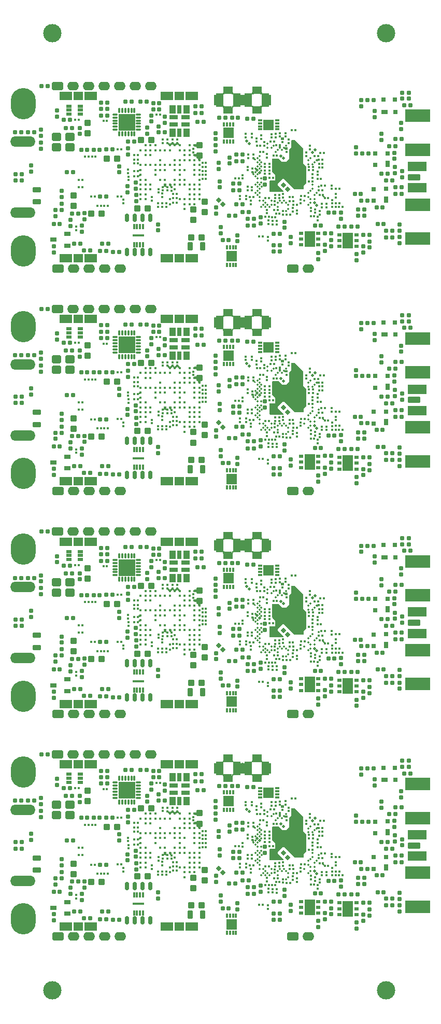
<source format=gbs>
G04*
G04 #@! TF.GenerationSoftware,Altium Limited,Altium Designer,19.1.5 (86)*
G04*
G04 Layer_Color=16711935*
%FSLAX44Y44*%
%MOMM*%
G71*
G01*
G75*
%ADD50C,0.3500*%
%ADD111R,1.7000X1.7000*%
%ADD129C,3.0000*%
G04:AMPARAMS|DCode=130|XSize=0.7mm|YSize=0.7mm|CornerRadius=0.11mm|HoleSize=0mm|Usage=FLASHONLY|Rotation=270.000|XOffset=0mm|YOffset=0mm|HoleType=Round|Shape=RoundedRectangle|*
%AMROUNDEDRECTD130*
21,1,0.7000,0.4800,0,0,270.0*
21,1,0.4800,0.7000,0,0,270.0*
1,1,0.2200,-0.2400,-0.2400*
1,1,0.2200,-0.2400,0.2400*
1,1,0.2200,0.2400,0.2400*
1,1,0.2200,0.2400,-0.2400*
%
%ADD130ROUNDEDRECTD130*%
G04:AMPARAMS|DCode=131|XSize=0.7mm|YSize=0.7mm|CornerRadius=0.11mm|HoleSize=0mm|Usage=FLASHONLY|Rotation=0.000|XOffset=0mm|YOffset=0mm|HoleType=Round|Shape=RoundedRectangle|*
%AMROUNDEDRECTD131*
21,1,0.7000,0.4800,0,0,0.0*
21,1,0.4800,0.7000,0,0,0.0*
1,1,0.2200,0.2400,-0.2400*
1,1,0.2200,-0.2400,-0.2400*
1,1,0.2200,-0.2400,0.2400*
1,1,0.2200,0.2400,0.2400*
%
%ADD131ROUNDEDRECTD131*%
G04:AMPARAMS|DCode=132|XSize=1.1mm|YSize=1mm|CornerRadius=0.1625mm|HoleSize=0mm|Usage=FLASHONLY|Rotation=180.000|XOffset=0mm|YOffset=0mm|HoleType=Round|Shape=RoundedRectangle|*
%AMROUNDEDRECTD132*
21,1,1.1000,0.6750,0,0,180.0*
21,1,0.7750,1.0000,0,0,180.0*
1,1,0.3250,-0.3875,0.3375*
1,1,0.3250,0.3875,0.3375*
1,1,0.3250,0.3875,-0.3375*
1,1,0.3250,-0.3875,-0.3375*
%
%ADD132ROUNDEDRECTD132*%
G04:AMPARAMS|DCode=135|XSize=1.1mm|YSize=1mm|CornerRadius=0.1625mm|HoleSize=0mm|Usage=FLASHONLY|Rotation=270.000|XOffset=0mm|YOffset=0mm|HoleType=Round|Shape=RoundedRectangle|*
%AMROUNDEDRECTD135*
21,1,1.1000,0.6750,0,0,270.0*
21,1,0.7750,1.0000,0,0,270.0*
1,1,0.3250,-0.3375,-0.3875*
1,1,0.3250,-0.3375,0.3875*
1,1,0.3250,0.3375,0.3875*
1,1,0.3250,0.3375,-0.3875*
%
%ADD135ROUNDEDRECTD135*%
G04:AMPARAMS|DCode=136|XSize=0.6mm|YSize=0.7mm|CornerRadius=0.1mm|HoleSize=0mm|Usage=FLASHONLY|Rotation=90.000|XOffset=0mm|YOffset=0mm|HoleType=Round|Shape=RoundedRectangle|*
%AMROUNDEDRECTD136*
21,1,0.6000,0.5000,0,0,90.0*
21,1,0.4000,0.7000,0,0,90.0*
1,1,0.2000,0.2500,0.2000*
1,1,0.2000,0.2500,-0.2000*
1,1,0.2000,-0.2500,-0.2000*
1,1,0.2000,-0.2500,0.2000*
%
%ADD136ROUNDEDRECTD136*%
G04:AMPARAMS|DCode=137|XSize=0.6mm|YSize=0.7mm|CornerRadius=0.1mm|HoleSize=0mm|Usage=FLASHONLY|Rotation=0.000|XOffset=0mm|YOffset=0mm|HoleType=Round|Shape=RoundedRectangle|*
%AMROUNDEDRECTD137*
21,1,0.6000,0.5000,0,0,0.0*
21,1,0.4000,0.7000,0,0,0.0*
1,1,0.2000,0.2000,-0.2500*
1,1,0.2000,-0.2000,-0.2500*
1,1,0.2000,-0.2000,0.2500*
1,1,0.2000,0.2000,0.2500*
%
%ADD137ROUNDEDRECTD137*%
%ADD143R,4.1000X2.1000*%
%ADD152R,0.4500X0.4000*%
%ADD156R,0.4000X0.4500*%
%ADD157R,1.5000X1.4000*%
%ADD158R,2.1000X1.4000*%
G04:AMPARAMS|DCode=159|XSize=1.4mm|YSize=0.9mm|CornerRadius=0.15mm|HoleSize=0mm|Usage=FLASHONLY|Rotation=270.000|XOffset=0mm|YOffset=0mm|HoleType=Round|Shape=RoundedRectangle|*
%AMROUNDEDRECTD159*
21,1,1.4000,0.6000,0,0,270.0*
21,1,1.1000,0.9000,0,0,270.0*
1,1,0.3000,-0.3000,-0.5500*
1,1,0.3000,-0.3000,0.5500*
1,1,0.3000,0.3000,0.5500*
1,1,0.3000,0.3000,-0.5500*
%
%ADD159ROUNDEDRECTD159*%
G04:AMPARAMS|DCode=169|XSize=1.9mm|YSize=1.4mm|CornerRadius=0.375mm|HoleSize=0mm|Usage=FLASHONLY|Rotation=0.000|XOffset=0mm|YOffset=0mm|HoleType=Round|Shape=RoundedRectangle|*
%AMROUNDEDRECTD169*
21,1,1.9000,0.6500,0,0,0.0*
21,1,1.1500,1.4000,0,0,0.0*
1,1,0.7500,0.5750,-0.3250*
1,1,0.7500,-0.5750,-0.3250*
1,1,0.7500,-0.5750,0.3250*
1,1,0.7500,0.5750,0.3250*
%
%ADD169ROUNDEDRECTD169*%
%ADD170O,1.9000X1.4000*%
%ADD171O,4.1000X1.7000*%
%ADD172O,4.1000X5.1000*%
G04:AMPARAMS|DCode=174|XSize=0.4mm|YSize=0.45mm|CornerRadius=0mm|HoleSize=0mm|Usage=FLASHONLY|Rotation=315.000|XOffset=0mm|YOffset=0mm|HoleType=Round|Shape=Rectangle|*
%AMROTATEDRECTD174*
4,1,4,-0.3005,-0.0177,0.0177,0.3005,0.3005,0.0177,-0.0177,-0.3005,-0.3005,-0.0177,0.0*
%
%ADD174ROTATEDRECTD174*%

G04:AMPARAMS|DCode=175|XSize=0.7mm|YSize=0.7mm|CornerRadius=0.11mm|HoleSize=0mm|Usage=FLASHONLY|Rotation=45.000|XOffset=0mm|YOffset=0mm|HoleType=Round|Shape=RoundedRectangle|*
%AMROUNDEDRECTD175*
21,1,0.7000,0.4800,0,0,45.0*
21,1,0.4800,0.7000,0,0,45.0*
1,1,0.2200,0.3394,0.0000*
1,1,0.2200,0.0000,-0.3394*
1,1,0.2200,-0.3394,0.0000*
1,1,0.2200,0.0000,0.3394*
%
%ADD175ROUNDEDRECTD175*%
%ADD176R,0.4000X0.9000*%
%ADD177R,1.9000X0.4000*%
%ADD178R,1.6500X1.1000*%
%ADD179R,1.3000X1.7000*%
%ADD180R,1.3000X1.3000*%
%ADD181R,1.3000X2.2500*%
%ADD182R,1.1000X0.8000*%
%ADD183R,0.8000X0.8000*%
%ADD184R,0.8000X0.8000*%
%ADD185R,0.8000X1.1000*%
G04:AMPARAMS|DCode=186|XSize=0.7mm|YSize=1.1mm|CornerRadius=0.125mm|HoleSize=0mm|Usage=FLASHONLY|Rotation=270.000|XOffset=0mm|YOffset=0mm|HoleType=Round|Shape=RoundedRectangle|*
%AMROUNDEDRECTD186*
21,1,0.7000,0.8500,0,0,270.0*
21,1,0.4500,1.1000,0,0,270.0*
1,1,0.2500,-0.4250,-0.2250*
1,1,0.2500,-0.4250,0.2250*
1,1,0.2500,0.4250,0.2250*
1,1,0.2500,0.4250,-0.2250*
%
%ADD186ROUNDEDRECTD186*%
%ADD187R,0.9500X0.5000*%
%ADD188R,0.3500X0.7250*%
G04:AMPARAMS|DCode=189|XSize=1.4mm|YSize=0.9mm|CornerRadius=0.15mm|HoleSize=0mm|Usage=FLASHONLY|Rotation=180.000|XOffset=0mm|YOffset=0mm|HoleType=Round|Shape=RoundedRectangle|*
%AMROUNDEDRECTD189*
21,1,1.4000,0.6000,0,0,180.0*
21,1,1.1000,0.9000,0,0,180.0*
1,1,0.3000,-0.5500,0.3000*
1,1,0.3000,0.5500,0.3000*
1,1,0.3000,0.5500,-0.3000*
1,1,0.3000,-0.5500,-0.3000*
%
%ADD189ROUNDEDRECTD189*%
G04:AMPARAMS|DCode=190|XSize=1.5mm|YSize=1.3mm|CornerRadius=0.2mm|HoleSize=0mm|Usage=FLASHONLY|Rotation=0.000|XOffset=0mm|YOffset=0mm|HoleType=Round|Shape=RoundedRectangle|*
%AMROUNDEDRECTD190*
21,1,1.5000,0.9000,0,0,0.0*
21,1,1.1000,1.3000,0,0,0.0*
1,1,0.4000,0.5500,-0.4500*
1,1,0.4000,-0.5500,-0.4500*
1,1,0.4000,-0.5500,0.4500*
1,1,0.4000,0.5500,0.4500*
%
%ADD190ROUNDEDRECTD190*%
%ADD191R,2.7000X2.7000*%
%ADD192O,0.3500X1.0000*%
%ADD193O,1.0000X0.3500*%
G04:AMPARAMS|DCode=194|XSize=1mm|YSize=2.1mm|CornerRadius=0.1625mm|HoleSize=0mm|Usage=FLASHONLY|Rotation=270.000|XOffset=0mm|YOffset=0mm|HoleType=Round|Shape=RoundedRectangle|*
%AMROUNDEDRECTD194*
21,1,1.0000,1.7750,0,0,270.0*
21,1,0.6750,2.1000,0,0,270.0*
1,1,0.3250,-0.8875,-0.3375*
1,1,0.3250,-0.8875,0.3375*
1,1,0.3250,0.8875,0.3375*
1,1,0.3250,0.8875,-0.3375*
%
%ADD194ROUNDEDRECTD194*%
G04:AMPARAMS|DCode=195|XSize=1.6mm|YSize=3.1mm|CornerRadius=0.2375mm|HoleSize=0mm|Usage=FLASHONLY|Rotation=270.000|XOffset=0mm|YOffset=0mm|HoleType=Round|Shape=RoundedRectangle|*
%AMROUNDEDRECTD195*
21,1,1.6000,2.6250,0,0,270.0*
21,1,1.1250,3.1000,0,0,270.0*
1,1,0.4750,-1.3125,-0.5625*
1,1,0.4750,-1.3125,0.5625*
1,1,0.4750,1.3125,0.5625*
1,1,0.4750,1.3125,-0.5625*
%
%ADD195ROUNDEDRECTD195*%
%ADD196R,0.8000X1.4500*%
%ADD197R,1.4500X0.8000*%
%ADD198R,1.1000X1.4500*%
%ADD199R,1.8000X1.8000*%
%ADD200R,0.7500X0.4000*%
%ADD201R,1.8000X1.8000*%
%ADD202R,0.4000X0.7500*%
%ADD203O,0.7000X1.4000*%
%ADD204R,1.8000X2.6000*%
%ADD205R,0.8000X0.6000*%
G04:AMPARAMS|DCode=206|XSize=0.4mm|YSize=0.45mm|CornerRadius=0mm|HoleSize=0mm|Usage=FLASHONLY|Rotation=45.000|XOffset=0mm|YOffset=0mm|HoleType=Round|Shape=Rectangle|*
%AMROTATEDRECTD206*
4,1,4,0.0177,-0.3005,-0.3005,0.0177,-0.0177,0.3005,0.3005,-0.0177,0.0177,-0.3005,0.0*
%
%ADD206ROTATEDRECTD206*%

%ADD207C,0.4400*%
G36*
X415000Y1383600D02*
X412250D01*
Y1386600D01*
X415000D01*
Y1383600D01*
D02*
G37*
G36*
X401500D02*
X398500D01*
Y1386350D01*
X401500D01*
Y1383600D01*
D02*
G37*
G36*
X367750D02*
X365250D01*
Y1386350D01*
X367750D01*
Y1383600D01*
D02*
G37*
G36*
X353500D02*
X351250D01*
Y1386100D01*
X353500D01*
Y1383600D01*
D02*
G37*
G36*
X384000Y1365600D02*
X382250D01*
Y1382600D01*
X384000D01*
Y1365600D01*
D02*
G37*
G36*
X400750Y1362100D02*
X398500D01*
Y1364600D01*
X400750D01*
Y1362100D01*
D02*
G37*
G36*
X415000Y1361850D02*
X412000D01*
Y1364600D01*
X415000D01*
Y1361850D01*
D02*
G37*
G36*
X367750Y1361350D02*
X365750D01*
Y1364600D01*
X367750D01*
Y1361350D01*
D02*
G37*
G36*
X353750Y1360850D02*
X351250D01*
Y1364600D01*
X353750D01*
Y1360850D01*
D02*
G37*
G36*
X450750Y1309100D02*
X445750D01*
Y1313350D01*
X450750D01*
Y1309100D01*
D02*
G37*
G36*
X280501Y1302100D02*
Y1299950D01*
X278650D01*
X276500Y1302100D01*
X274351Y1299950D01*
X270650D01*
X268500Y1302100D01*
X266351Y1299950D01*
X262650D01*
X260500Y1302100D01*
X262500Y1304100D01*
X264501Y1302100D01*
X266501Y1304100D01*
X268500Y1302101D01*
X270500Y1304100D01*
X272500Y1302100D01*
X274501Y1304100D01*
X276500Y1302101D01*
X278500Y1304100D01*
X280501Y1302100D01*
D02*
G37*
G36*
X308000Y1297850D02*
X304500D01*
Y1302100D01*
X308000D01*
Y1297850D01*
D02*
G37*
G36*
X446000Y1295840D02*
X442000D01*
Y1302350D01*
X446000D01*
Y1295840D01*
D02*
G37*
G36*
X457000Y1292850D02*
X452750D01*
X450600Y1295000D01*
Y1295840D01*
X451610Y1296850D01*
X457000D01*
Y1292850D01*
D02*
G37*
G36*
X308000Y1281850D02*
X304500D01*
Y1286100D01*
X308000D01*
Y1281850D01*
D02*
G37*
G36*
X314601Y1275950D02*
X310351D01*
Y1279450D01*
X314601D01*
Y1275950D01*
D02*
G37*
G36*
X405250Y1276600D02*
Y1275860D01*
X402490D01*
X401000Y1277350D01*
Y1278350D01*
X402250Y1279600D01*
X405250Y1276600D01*
D02*
G37*
G36*
X506500Y1274350D02*
X503880D01*
Y1277600D01*
X506500D01*
Y1274350D01*
D02*
G37*
G36*
X468545Y1308352D02*
X468594Y1308347D01*
X468667Y1308325D01*
X468689Y1308318D01*
X468775Y1308272D01*
X468852Y1308209D01*
X468852Y1308209D01*
X482230Y1294830D01*
X482293Y1294754D01*
X482339Y1294668D01*
X482368Y1294573D01*
X482373Y1294524D01*
X482377Y1294475D01*
X482377Y1294475D01*
X482377Y1270464D01*
X487105Y1265737D01*
X487105Y1265736D01*
X487133Y1265702D01*
X487168Y1265660D01*
X487214Y1265574D01*
X487243Y1265479D01*
X487248Y1265430D01*
X487253Y1265381D01*
X487252Y1265381D01*
Y1238350D01*
X487243Y1238252D01*
X487221Y1238180D01*
X487214Y1238158D01*
X487168Y1238071D01*
X487105Y1237995D01*
X487105Y1237995D01*
X483284Y1234173D01*
X483284Y1228850D01*
X483274Y1228752D01*
X483245Y1228658D01*
X483199Y1228571D01*
X483136Y1228495D01*
X483060Y1228432D01*
X482973Y1228386D01*
X482879Y1228357D01*
X482781Y1228348D01*
X467751Y1228348D01*
X467750Y1228348D01*
X467661Y1228357D01*
X467652Y1228357D01*
X467558Y1228386D01*
X467471Y1228432D01*
X467429Y1228467D01*
X467395Y1228495D01*
X467395Y1228495D01*
X450792Y1245098D01*
X448458Y1245098D01*
X440252Y1236892D01*
X440252Y1234979D01*
X449855Y1225376D01*
X449855Y1225376D01*
X449883Y1225341D01*
X449918Y1225300D01*
X449964Y1225213D01*
X449993Y1225118D01*
X450003Y1225021D01*
X450002Y1225020D01*
Y1224350D01*
X449993Y1224252D01*
X449964Y1224158D01*
X449918Y1224071D01*
X449855Y1223995D01*
X449779Y1223932D01*
X449692Y1223886D01*
X449598Y1223857D01*
X449500Y1223848D01*
X428000D01*
X427902Y1223857D01*
X427808Y1223886D01*
X427721Y1223932D01*
X427645Y1223995D01*
X427582Y1224071D01*
X427536Y1224158D01*
X427507Y1224252D01*
X427498Y1224350D01*
Y1241850D01*
X427507Y1241948D01*
X427536Y1242042D01*
X427582Y1242129D01*
X427645Y1242205D01*
X427721Y1242268D01*
X427808Y1242314D01*
X427902Y1242343D01*
X428000Y1242353D01*
X436598Y1242353D01*
X436598Y1251146D01*
X431895Y1255849D01*
X431832Y1255925D01*
X431786Y1256012D01*
X431779Y1256034D01*
X431757Y1256106D01*
X431753Y1256155D01*
X431748Y1256204D01*
X431748Y1256205D01*
X431748Y1278100D01*
X431757Y1278198D01*
X431786Y1278292D01*
X431832Y1278379D01*
X431895Y1278456D01*
X431971Y1278518D01*
X432058Y1278564D01*
X432152Y1278593D01*
X432250Y1278603D01*
X441750D01*
X441750D01*
D01*
X441759Y1278602D01*
X441848Y1278593D01*
X441942Y1278564D01*
X441983Y1278543D01*
X442029Y1278518D01*
X442064Y1278490D01*
X442105Y1278456D01*
X442106Y1278455D01*
X447708Y1272853D01*
X454542Y1272853D01*
X459247Y1277558D01*
X459248Y1292600D01*
X459248Y1292600D01*
X459253Y1292649D01*
X459257Y1292698D01*
X459279Y1292771D01*
X459286Y1292793D01*
X459332Y1292879D01*
X459395Y1292956D01*
X462998Y1296559D01*
Y1307854D01*
X463008Y1307952D01*
X463036Y1308046D01*
X463083Y1308133D01*
X463145Y1308209D01*
X463221Y1308272D01*
X463308Y1308318D01*
X463402Y1308347D01*
X463500Y1308356D01*
X468496Y1308356D01*
X468496Y1308356D01*
X468545Y1308352D01*
D02*
G37*
G36*
X216500Y1259950D02*
Y1258101D01*
X216000Y1257600D01*
X212500D01*
Y1258850D01*
X214750Y1261100D01*
X215351Y1261100D01*
X216500Y1259950D01*
D02*
G37*
G36*
X401500Y1252550D02*
X399000D01*
Y1257350D01*
X401500D01*
Y1252550D01*
D02*
G37*
G36*
X216500Y1251700D02*
X216500Y1249850D01*
X213250D01*
X213250Y1251100D01*
X215175Y1253026D01*
X216500Y1251700D01*
D02*
G37*
G36*
X258750Y1236850D02*
Y1231600D01*
X258000D01*
X256500Y1233100D01*
X254501Y1231100D01*
X254251D01*
Y1236850D01*
X254751Y1237350D01*
X255101D01*
X256500Y1235950D01*
X257900Y1237350D01*
X258250D01*
X258750Y1236850D01*
D02*
G37*
G36*
X266750Y1236850D02*
Y1231600D01*
X266000D01*
X263750Y1233850D01*
Y1235200D01*
X265900Y1237350D01*
X266250D01*
X266750Y1236850D01*
D02*
G37*
G36*
X517750Y1216100D02*
Y1215100D01*
X515500D01*
X513500Y1217100D01*
Y1217350D01*
X516500D01*
X517750Y1216100D01*
D02*
G37*
G36*
X437500Y1210350D02*
X437000D01*
Y1211850D01*
X437500D01*
Y1210350D01*
D02*
G37*
G36*
X415000Y1019900D02*
X412250D01*
Y1022900D01*
X415000D01*
Y1019900D01*
D02*
G37*
G36*
X401500D02*
X398500D01*
Y1022650D01*
X401500D01*
Y1019900D01*
D02*
G37*
G36*
X367750D02*
X365250D01*
Y1022650D01*
X367750D01*
Y1019900D01*
D02*
G37*
G36*
X353500D02*
X351250D01*
Y1022400D01*
X353500D01*
Y1019900D01*
D02*
G37*
G36*
X384000Y1001900D02*
X382250D01*
Y1018900D01*
X384000D01*
Y1001900D01*
D02*
G37*
G36*
X400750Y998400D02*
X398500D01*
Y1000900D01*
X400750D01*
Y998400D01*
D02*
G37*
G36*
X415000Y998150D02*
X412000D01*
Y1000900D01*
X415000D01*
Y998150D01*
D02*
G37*
G36*
X367750Y997650D02*
X365750D01*
Y1000900D01*
X367750D01*
Y997650D01*
D02*
G37*
G36*
X353750Y997150D02*
X351250D01*
Y1000900D01*
X353750D01*
Y997150D01*
D02*
G37*
G36*
X450750Y945400D02*
X445750D01*
Y949650D01*
X450750D01*
Y945400D01*
D02*
G37*
G36*
X280501Y938400D02*
Y936250D01*
X278650D01*
X276500Y938400D01*
X274351Y936250D01*
X270650D01*
X268500Y938400D01*
X266351Y936250D01*
X262650D01*
X260500Y938400D01*
X262500Y940400D01*
X264501Y938400D01*
X266501Y940400D01*
X268500Y938401D01*
X270500Y940400D01*
X272500Y938400D01*
X274501Y940400D01*
X276500Y938401D01*
X278500Y940400D01*
X280501Y938400D01*
D02*
G37*
G36*
X308000Y934150D02*
X304500D01*
Y938400D01*
X308000D01*
Y934150D01*
D02*
G37*
G36*
X446000Y932140D02*
X442000D01*
Y938650D01*
X446000D01*
Y932140D01*
D02*
G37*
G36*
X457000Y929150D02*
X452750D01*
X450600Y931300D01*
Y932140D01*
X451610Y933150D01*
X457000D01*
Y929150D01*
D02*
G37*
G36*
X308000Y918150D02*
X304500D01*
Y922400D01*
X308000D01*
Y918150D01*
D02*
G37*
G36*
X314601Y912250D02*
X310351D01*
Y915750D01*
X314601D01*
Y912250D01*
D02*
G37*
G36*
X405250Y912900D02*
Y912160D01*
X402490D01*
X401000Y913650D01*
Y914650D01*
X402250Y915900D01*
X405250Y912900D01*
D02*
G37*
G36*
X506500Y910650D02*
X503880D01*
Y913900D01*
X506500D01*
Y910650D01*
D02*
G37*
G36*
X468545Y944652D02*
X468594Y944647D01*
X468667Y944625D01*
X468689Y944618D01*
X468775Y944572D01*
X468852Y944509D01*
X468852Y944509D01*
X482230Y931130D01*
X482293Y931054D01*
X482339Y930967D01*
X482368Y930873D01*
X482373Y930824D01*
X482377Y930775D01*
X482377Y930775D01*
X482377Y906764D01*
X487105Y902037D01*
X487105Y902036D01*
X487133Y902002D01*
X487168Y901960D01*
X487214Y901873D01*
X487243Y901779D01*
X487248Y901730D01*
X487253Y901681D01*
X487252Y901681D01*
Y874650D01*
X487243Y874552D01*
X487221Y874480D01*
X487214Y874458D01*
X487168Y874371D01*
X487105Y874295D01*
X487105Y874295D01*
X483284Y870473D01*
X483284Y865150D01*
X483274Y865052D01*
X483245Y864958D01*
X483199Y864871D01*
X483136Y864795D01*
X483060Y864732D01*
X482973Y864686D01*
X482879Y864657D01*
X482781Y864648D01*
X467751Y864648D01*
X467750Y864648D01*
X467661Y864657D01*
X467652Y864657D01*
X467558Y864686D01*
X467471Y864732D01*
X467429Y864767D01*
X467395Y864795D01*
X467395Y864795D01*
X450792Y881398D01*
X448458Y881398D01*
X440252Y873192D01*
X440252Y871279D01*
X449855Y861676D01*
X449855Y861676D01*
X449883Y861641D01*
X449918Y861600D01*
X449964Y861513D01*
X449993Y861419D01*
X450003Y861320D01*
X450002Y861320D01*
Y860650D01*
X449993Y860552D01*
X449964Y860458D01*
X449918Y860371D01*
X449855Y860295D01*
X449779Y860232D01*
X449692Y860186D01*
X449598Y860157D01*
X449500Y860148D01*
X428000D01*
X427902Y860157D01*
X427808Y860186D01*
X427721Y860232D01*
X427645Y860295D01*
X427582Y860371D01*
X427536Y860458D01*
X427507Y860552D01*
X427498Y860650D01*
Y878150D01*
X427507Y878248D01*
X427536Y878342D01*
X427582Y878429D01*
X427645Y878505D01*
X427721Y878568D01*
X427808Y878614D01*
X427902Y878643D01*
X428000Y878652D01*
X436598Y878652D01*
X436598Y887446D01*
X431895Y892149D01*
X431832Y892225D01*
X431786Y892312D01*
X431779Y892334D01*
X431757Y892406D01*
X431753Y892455D01*
X431748Y892504D01*
X431748Y892505D01*
X431748Y914400D01*
X431757Y914498D01*
X431786Y914592D01*
X431832Y914679D01*
X431895Y914755D01*
X431971Y914818D01*
X432058Y914864D01*
X432152Y914893D01*
X432250Y914902D01*
X441750D01*
X441750D01*
D01*
X441759Y914902D01*
X441848Y914893D01*
X441942Y914864D01*
X441983Y914843D01*
X442029Y914818D01*
X442064Y914790D01*
X442105Y914755D01*
X442106Y914755D01*
X447708Y909153D01*
X454542Y909153D01*
X459247Y913858D01*
X459248Y928900D01*
X459248Y928900D01*
X459253Y928949D01*
X459257Y928998D01*
X459279Y929071D01*
X459286Y929092D01*
X459332Y929179D01*
X459395Y929256D01*
X462998Y932859D01*
Y944154D01*
X463008Y944252D01*
X463036Y944346D01*
X463083Y944433D01*
X463145Y944509D01*
X463221Y944572D01*
X463308Y944618D01*
X463402Y944647D01*
X463500Y944656D01*
X468496Y944656D01*
X468496Y944656D01*
X468545Y944652D01*
D02*
G37*
G36*
X216500Y896250D02*
Y894401D01*
X216000Y893900D01*
X212500D01*
Y895150D01*
X214750Y897400D01*
X215351Y897400D01*
X216500Y896250D01*
D02*
G37*
G36*
X401500Y888850D02*
X399000D01*
Y893650D01*
X401500D01*
Y888850D01*
D02*
G37*
G36*
X216500Y888000D02*
X216500Y886150D01*
X213250D01*
X213250Y887400D01*
X215175Y889325D01*
X216500Y888000D01*
D02*
G37*
G36*
X258750Y873150D02*
Y867900D01*
X258000D01*
X256500Y869400D01*
X254501Y867400D01*
X254251D01*
Y873150D01*
X254751Y873650D01*
X255101D01*
X256500Y872250D01*
X257900Y873650D01*
X258250D01*
X258750Y873150D01*
D02*
G37*
G36*
X266750Y873150D02*
Y867900D01*
X266000D01*
X263750Y870150D01*
Y871500D01*
X265900Y873650D01*
X266250D01*
X266750Y873150D01*
D02*
G37*
G36*
X517750Y852400D02*
Y851400D01*
X515500D01*
X513500Y853400D01*
Y853650D01*
X516500D01*
X517750Y852400D01*
D02*
G37*
G36*
X437500Y846650D02*
X437000D01*
Y848150D01*
X437500D01*
Y846650D01*
D02*
G37*
G36*
X415000Y656200D02*
X412250D01*
Y659200D01*
X415000D01*
Y656200D01*
D02*
G37*
G36*
X401500D02*
X398500D01*
Y658950D01*
X401500D01*
Y656200D01*
D02*
G37*
G36*
X367750D02*
X365250D01*
Y658950D01*
X367750D01*
Y656200D01*
D02*
G37*
G36*
X353500D02*
X351250D01*
Y658700D01*
X353500D01*
Y656200D01*
D02*
G37*
G36*
X384000Y638200D02*
X382250D01*
Y655200D01*
X384000D01*
Y638200D01*
D02*
G37*
G36*
X400750Y634700D02*
X398500D01*
Y637200D01*
X400750D01*
Y634700D01*
D02*
G37*
G36*
X415000Y634450D02*
X412000D01*
Y637200D01*
X415000D01*
Y634450D01*
D02*
G37*
G36*
X367750Y633950D02*
X365750D01*
Y637200D01*
X367750D01*
Y633950D01*
D02*
G37*
G36*
X353750Y633450D02*
X351250D01*
Y637200D01*
X353750D01*
Y633450D01*
D02*
G37*
G36*
X450750Y581700D02*
X445750D01*
Y585950D01*
X450750D01*
Y581700D01*
D02*
G37*
G36*
X280501Y574700D02*
Y572550D01*
X278650D01*
X276500Y574700D01*
X274351Y572550D01*
X270650D01*
X268500Y574700D01*
X266351Y572550D01*
X262650D01*
X260500Y574700D01*
X262500Y576700D01*
X264501Y574700D01*
X266501Y576700D01*
X268500Y574701D01*
X270500Y576700D01*
X272500Y574700D01*
X274501Y576700D01*
X276500Y574701D01*
X278500Y576700D01*
X280501Y574700D01*
D02*
G37*
G36*
X308000Y570450D02*
X304500D01*
Y574700D01*
X308000D01*
Y570450D01*
D02*
G37*
G36*
X446000Y568440D02*
X442000D01*
Y574950D01*
X446000D01*
Y568440D01*
D02*
G37*
G36*
X457000Y565450D02*
X452750D01*
X450600Y567600D01*
Y568440D01*
X451610Y569450D01*
X457000D01*
Y565450D01*
D02*
G37*
G36*
X308000Y554450D02*
X304500D01*
Y558700D01*
X308000D01*
Y554450D01*
D02*
G37*
G36*
X314601Y548550D02*
X310351D01*
Y552050D01*
X314601D01*
Y548550D01*
D02*
G37*
G36*
X405250Y549200D02*
Y548460D01*
X402490D01*
X401000Y549950D01*
Y550950D01*
X402250Y552200D01*
X405250Y549200D01*
D02*
G37*
G36*
X506500Y546950D02*
X503880D01*
Y550200D01*
X506500D01*
Y546950D01*
D02*
G37*
G36*
X468545Y580951D02*
X468594Y580947D01*
X468667Y580925D01*
X468689Y580918D01*
X468775Y580872D01*
X468852Y580809D01*
X468852Y580809D01*
X482230Y567430D01*
X482293Y567354D01*
X482339Y567267D01*
X482368Y567173D01*
X482373Y567124D01*
X482377Y567075D01*
X482377Y567075D01*
X482377Y543064D01*
X487105Y538336D01*
X487105Y538336D01*
X487133Y538302D01*
X487168Y538260D01*
X487214Y538173D01*
X487243Y538079D01*
X487248Y538030D01*
X487253Y537981D01*
X487252Y537981D01*
Y510950D01*
X487243Y510852D01*
X487221Y510780D01*
X487214Y510758D01*
X487168Y510671D01*
X487105Y510595D01*
X487105Y510595D01*
X483284Y506773D01*
X483284Y501450D01*
X483274Y501352D01*
X483245Y501258D01*
X483199Y501171D01*
X483136Y501095D01*
X483060Y501032D01*
X482973Y500986D01*
X482879Y500957D01*
X482781Y500948D01*
X467751Y500948D01*
X467750Y500948D01*
X467661Y500956D01*
X467652Y500957D01*
X467558Y500986D01*
X467471Y501032D01*
X467429Y501067D01*
X467395Y501095D01*
X467395Y501095D01*
X450792Y517698D01*
X448458Y517698D01*
X440252Y509492D01*
X440252Y507579D01*
X449855Y497976D01*
X449855Y497976D01*
X449883Y497941D01*
X449918Y497900D01*
X449964Y497813D01*
X449993Y497718D01*
X450003Y497620D01*
X450002Y497620D01*
Y496950D01*
X449993Y496852D01*
X449964Y496758D01*
X449918Y496671D01*
X449855Y496595D01*
X449779Y496532D01*
X449692Y496486D01*
X449598Y496457D01*
X449500Y496448D01*
X428000D01*
X427902Y496457D01*
X427808Y496486D01*
X427721Y496532D01*
X427645Y496595D01*
X427582Y496671D01*
X427536Y496758D01*
X427507Y496852D01*
X427498Y496950D01*
Y514450D01*
X427507Y514548D01*
X427536Y514642D01*
X427582Y514729D01*
X427645Y514805D01*
X427721Y514868D01*
X427808Y514914D01*
X427902Y514943D01*
X428000Y514952D01*
X436598Y514952D01*
X436598Y523746D01*
X431895Y528449D01*
X431832Y528525D01*
X431786Y528612D01*
X431779Y528634D01*
X431757Y528706D01*
X431753Y528755D01*
X431748Y528804D01*
X431748Y528805D01*
X431748Y550700D01*
X431757Y550798D01*
X431786Y550892D01*
X431832Y550979D01*
X431895Y551055D01*
X431971Y551118D01*
X432058Y551164D01*
X432152Y551193D01*
X432250Y551203D01*
X441750D01*
X441750D01*
D01*
X441759Y551202D01*
X441848Y551193D01*
X441942Y551164D01*
X441983Y551143D01*
X442029Y551118D01*
X442064Y551090D01*
X442105Y551055D01*
X442106Y551055D01*
X447708Y545452D01*
X454542Y545452D01*
X459247Y550158D01*
X459248Y565200D01*
X459248Y565200D01*
X459253Y565249D01*
X459257Y565298D01*
X459279Y565370D01*
X459286Y565392D01*
X459332Y565479D01*
X459395Y565555D01*
X462998Y569159D01*
Y580454D01*
X463008Y580552D01*
X463036Y580646D01*
X463083Y580733D01*
X463145Y580809D01*
X463221Y580872D01*
X463308Y580918D01*
X463402Y580947D01*
X463500Y580956D01*
X468496Y580956D01*
X468496Y580956D01*
X468545Y580951D01*
D02*
G37*
G36*
X216500Y532550D02*
Y530700D01*
X216000Y530200D01*
X212500D01*
Y531450D01*
X214750Y533700D01*
X215351Y533700D01*
X216500Y532550D01*
D02*
G37*
G36*
X401500Y525150D02*
X399000D01*
Y529950D01*
X401500D01*
Y525150D01*
D02*
G37*
G36*
X216500Y524300D02*
X216500Y522450D01*
X213250D01*
X213250Y523700D01*
X215175Y525625D01*
X216500Y524300D01*
D02*
G37*
G36*
X258750Y509450D02*
Y504200D01*
X258000D01*
X256500Y505700D01*
X254501Y503700D01*
X254251D01*
Y509450D01*
X254751Y509950D01*
X255101D01*
X256500Y508550D01*
X257900Y509950D01*
X258250D01*
X258750Y509450D01*
D02*
G37*
G36*
X266750Y509450D02*
Y504200D01*
X266000D01*
X263750Y506450D01*
Y507800D01*
X265900Y509950D01*
X266250D01*
X266750Y509450D01*
D02*
G37*
G36*
X517750Y488700D02*
Y487700D01*
X515500D01*
X513500Y489700D01*
Y489950D01*
X516500D01*
X517750Y488700D01*
D02*
G37*
G36*
X437500Y482950D02*
X437000D01*
Y484450D01*
X437500D01*
Y482950D01*
D02*
G37*
G36*
X415000Y292500D02*
X412250D01*
Y295500D01*
X415000D01*
Y292500D01*
D02*
G37*
G36*
X401500D02*
X398500D01*
Y295250D01*
X401500D01*
Y292500D01*
D02*
G37*
G36*
X367750D02*
X365250D01*
Y295250D01*
X367750D01*
Y292500D01*
D02*
G37*
G36*
X353500D02*
X351250D01*
Y295000D01*
X353500D01*
Y292500D01*
D02*
G37*
G36*
X384000Y274500D02*
X382250D01*
Y291500D01*
X384000D01*
Y274500D01*
D02*
G37*
G36*
X400750Y271000D02*
X398500D01*
Y273500D01*
X400750D01*
Y271000D01*
D02*
G37*
G36*
X415000Y270750D02*
X412000D01*
Y273500D01*
X415000D01*
Y270750D01*
D02*
G37*
G36*
X367750Y270250D02*
X365750D01*
Y273500D01*
X367750D01*
Y270250D01*
D02*
G37*
G36*
X353750Y269750D02*
X351250D01*
Y273500D01*
X353750D01*
Y269750D01*
D02*
G37*
G36*
X450750Y218000D02*
X445750D01*
Y222250D01*
X450750D01*
Y218000D01*
D02*
G37*
G36*
X280501Y211000D02*
Y208850D01*
X278650D01*
X276500Y211000D01*
X274351Y208850D01*
X270650D01*
X268500Y211000D01*
X266351Y208850D01*
X262650D01*
X260500Y211000D01*
X262500Y213000D01*
X264501Y211000D01*
X266501Y213000D01*
X268500Y211000D01*
X270500Y213000D01*
X272500Y211000D01*
X274501Y213000D01*
X276500Y211000D01*
X278500Y213000D01*
X280501Y211000D01*
D02*
G37*
G36*
X308000Y206750D02*
X304500D01*
Y211000D01*
X308000D01*
Y206750D01*
D02*
G37*
G36*
X446000Y204740D02*
X442000D01*
Y211250D01*
X446000D01*
Y204740D01*
D02*
G37*
G36*
X457000Y201750D02*
X452750D01*
X450600Y203900D01*
Y204740D01*
X451610Y205750D01*
X457000D01*
Y201750D01*
D02*
G37*
G36*
X308000Y190750D02*
X304500D01*
Y195000D01*
X308000D01*
Y190750D01*
D02*
G37*
G36*
X314601Y184850D02*
X310351D01*
Y188350D01*
X314601D01*
Y184850D01*
D02*
G37*
G36*
X405250Y185500D02*
Y184760D01*
X402490D01*
X401000Y186250D01*
Y187250D01*
X402250Y188500D01*
X405250Y185500D01*
D02*
G37*
G36*
X506500Y183250D02*
X503880D01*
Y186500D01*
X506500D01*
Y183250D01*
D02*
G37*
G36*
X468545Y217251D02*
X468594Y217247D01*
X468667Y217225D01*
X468689Y217218D01*
X468775Y217172D01*
X468852Y217109D01*
X468852Y217109D01*
X482230Y203730D01*
X482293Y203654D01*
X482339Y203567D01*
X482368Y203473D01*
X482373Y203424D01*
X482377Y203375D01*
X482377Y203375D01*
X482377Y179364D01*
X487105Y174636D01*
X487105Y174636D01*
X487133Y174602D01*
X487168Y174560D01*
X487214Y174473D01*
X487243Y174379D01*
X487248Y174330D01*
X487253Y174281D01*
X487252Y174281D01*
Y147250D01*
X487243Y147152D01*
X487221Y147080D01*
X487214Y147058D01*
X487168Y146971D01*
X487105Y146895D01*
X487105Y146895D01*
X483284Y143073D01*
X483284Y137750D01*
X483274Y137652D01*
X483245Y137558D01*
X483199Y137471D01*
X483136Y137395D01*
X483060Y137332D01*
X482973Y137286D01*
X482879Y137257D01*
X482781Y137247D01*
X467751Y137248D01*
X467750Y137248D01*
X467661Y137256D01*
X467652Y137257D01*
X467558Y137286D01*
X467471Y137332D01*
X467429Y137367D01*
X467395Y137395D01*
X467395Y137395D01*
X450792Y153998D01*
X448458Y153998D01*
X440252Y145792D01*
X440252Y143879D01*
X449855Y134276D01*
X449855Y134276D01*
X449883Y134241D01*
X449918Y134199D01*
X449964Y134113D01*
X449993Y134018D01*
X450003Y133920D01*
X450002Y133920D01*
Y133250D01*
X449993Y133152D01*
X449964Y133058D01*
X449918Y132971D01*
X449855Y132895D01*
X449779Y132832D01*
X449692Y132786D01*
X449598Y132757D01*
X449500Y132748D01*
X428000D01*
X427902Y132757D01*
X427808Y132786D01*
X427721Y132832D01*
X427645Y132895D01*
X427582Y132971D01*
X427536Y133058D01*
X427507Y133152D01*
X427498Y133250D01*
Y150750D01*
X427507Y150848D01*
X427536Y150942D01*
X427582Y151029D01*
X427645Y151105D01*
X427721Y151168D01*
X427808Y151214D01*
X427902Y151243D01*
X428000Y151252D01*
X436598Y151252D01*
X436598Y160046D01*
X431895Y164749D01*
X431832Y164825D01*
X431786Y164912D01*
X431779Y164934D01*
X431757Y165006D01*
X431753Y165055D01*
X431748Y165104D01*
X431748Y165105D01*
X431748Y187000D01*
X431757Y187098D01*
X431786Y187192D01*
X431832Y187279D01*
X431895Y187355D01*
X431971Y187418D01*
X432058Y187464D01*
X432152Y187493D01*
X432250Y187502D01*
X441750D01*
X441750D01*
D01*
X441759Y187502D01*
X441848Y187493D01*
X441942Y187464D01*
X441983Y187443D01*
X442029Y187418D01*
X442064Y187390D01*
X442105Y187355D01*
X442106Y187355D01*
X447708Y181752D01*
X454542Y181752D01*
X459247Y186458D01*
X459248Y201500D01*
X459248Y201500D01*
X459253Y201549D01*
X459257Y201598D01*
X459279Y201670D01*
X459286Y201692D01*
X459332Y201779D01*
X459395Y201855D01*
X462998Y205458D01*
Y216754D01*
X463008Y216852D01*
X463036Y216946D01*
X463083Y217033D01*
X463145Y217109D01*
X463221Y217171D01*
X463308Y217218D01*
X463402Y217247D01*
X463500Y217256D01*
X468496Y217256D01*
X468496Y217256D01*
X468545Y217251D01*
D02*
G37*
G36*
X216500Y168850D02*
Y167001D01*
X216000Y166500D01*
X212500D01*
Y167750D01*
X214750Y170000D01*
X215351Y170000D01*
X216500Y168850D01*
D02*
G37*
G36*
X401500Y161450D02*
X399000D01*
Y166250D01*
X401500D01*
Y161450D01*
D02*
G37*
G36*
X216500Y160600D02*
X216500Y158750D01*
X213250D01*
X213250Y160000D01*
X215175Y161925D01*
X216500Y160600D01*
D02*
G37*
G36*
X258750Y145750D02*
Y140500D01*
X258000D01*
X256500Y142000D01*
X254501Y140000D01*
X254251D01*
Y145750D01*
X254751Y146250D01*
X255101D01*
X256500Y144850D01*
X257900Y146250D01*
X258250D01*
X258750Y145750D01*
D02*
G37*
G36*
X266750Y145750D02*
Y140500D01*
X266000D01*
X263750Y142750D01*
Y144100D01*
X265900Y146250D01*
X266250D01*
X266750Y145750D01*
D02*
G37*
G36*
X517750Y125000D02*
Y124000D01*
X515500D01*
X513500Y126000D01*
Y126250D01*
X516500D01*
X517750Y125000D01*
D02*
G37*
G36*
X437500Y119250D02*
X437000D01*
Y120750D01*
X437500D01*
Y119250D01*
D02*
G37*
D50*
X440610Y108170D02*
D03*
X490560Y111500D02*
D03*
X483900Y118160D02*
D03*
X493890Y134810D02*
D03*
X467250Y201410D02*
D03*
X500550Y181430D02*
D03*
X503880Y184760D02*
D03*
X503880Y131480D02*
D03*
X490560D02*
D03*
X457260Y104840D02*
D03*
X453930Y101510D02*
D03*
X403980Y164780D02*
D03*
X400650Y161450D02*
D03*
X430620Y204740D02*
D03*
X423960D02*
D03*
X437280Y198080D02*
D03*
X407310Y188090D02*
D03*
X430620Y111500D02*
D03*
X410640Y131480D02*
D03*
X450600Y204740D02*
D03*
X443940Y204740D02*
D03*
X410640Y124820D02*
D03*
X423960Y211400D02*
D03*
X430620Y118160D02*
D03*
X413970Y168110D02*
D03*
X407310Y161450D02*
D03*
X403980Y158120D02*
D03*
X413970Y148130D02*
D03*
X410640Y144800D02*
D03*
X423960Y111500D02*
D03*
X420630Y114830D02*
D03*
X450600Y118160D02*
D03*
X440610Y114830D02*
D03*
X410640Y191420D02*
D03*
Y171440D02*
D03*
X413970Y174770D02*
D03*
X407310Y181430D02*
D03*
X413970Y181430D02*
D03*
X410640Y184760D02*
D03*
X407310Y141470D02*
D03*
X403980Y144800D02*
D03*
X407310Y128150D02*
D03*
X410640Y178100D02*
D03*
X413970Y108169D02*
D03*
X427290Y108169D02*
D03*
X420630Y108170D02*
D03*
X414010Y141464D02*
D03*
X407310Y134810D02*
D03*
X410640Y138140D02*
D03*
X410640Y118160D02*
D03*
X417300Y111500D02*
D03*
X417300Y118160D02*
D03*
X407310Y148130D02*
D03*
Y154790D02*
D03*
X413970Y154790D02*
D03*
X403980Y131480D02*
D03*
X490560Y178100D02*
D03*
Y184760D02*
D03*
X490560Y124820D02*
D03*
X507210Y141470D02*
D03*
X500550Y121490D02*
D03*
X493890D02*
D03*
X470580Y198080D02*
D03*
X493890Y114830D02*
D03*
X453930Y114830D02*
D03*
X457250Y111527D02*
D03*
X403980Y171440D02*
D03*
X407310Y174770D02*
D03*
X497220Y178100D02*
D03*
X453930Y208070D02*
D03*
X500550Y128150D02*
D03*
X447270Y114830D02*
D03*
X497220Y144800D02*
D03*
X447270Y201410D02*
D03*
X433950Y208070D02*
D03*
X493890Y188090D02*
D03*
X443940Y118160D02*
D03*
X497220Y138140D02*
D03*
X440610Y201410D02*
D03*
X440610Y471870D02*
D03*
X490560Y475200D02*
D03*
X483900Y481860D02*
D03*
X493890Y498510D02*
D03*
X467250Y565110D02*
D03*
X500550Y545130D02*
D03*
X503880Y548460D02*
D03*
X503880Y495180D02*
D03*
X490560D02*
D03*
X457260Y468540D02*
D03*
X453930Y465210D02*
D03*
X403980Y528480D02*
D03*
X400650Y525150D02*
D03*
X430620Y568440D02*
D03*
X423960D02*
D03*
X437280Y561780D02*
D03*
X407310Y551790D02*
D03*
X430620Y475200D02*
D03*
X410640Y495180D02*
D03*
X450600Y568440D02*
D03*
X443940Y568440D02*
D03*
X410640Y488520D02*
D03*
X423960Y575100D02*
D03*
X430620Y481860D02*
D03*
X413970Y531810D02*
D03*
X407310Y525150D02*
D03*
X403980Y521820D02*
D03*
X413970Y511830D02*
D03*
X410640Y508500D02*
D03*
X423960Y475200D02*
D03*
X420630Y478530D02*
D03*
X450600Y481860D02*
D03*
X440610Y478530D02*
D03*
X410640Y555120D02*
D03*
Y535140D02*
D03*
X413970Y538470D02*
D03*
X407310Y545130D02*
D03*
X413970Y545130D02*
D03*
X410640Y548460D02*
D03*
X407310Y505170D02*
D03*
X403980Y508500D02*
D03*
X407310Y491850D02*
D03*
X410640Y541800D02*
D03*
X413970Y471870D02*
D03*
X427290Y471870D02*
D03*
X420630Y471870D02*
D03*
X414010Y505164D02*
D03*
X407310Y498510D02*
D03*
X410640Y501840D02*
D03*
X410640Y481860D02*
D03*
X417300Y475200D02*
D03*
X417300Y481860D02*
D03*
X407310Y511830D02*
D03*
Y518490D02*
D03*
X413970Y518490D02*
D03*
X403980Y495180D02*
D03*
X490560Y541800D02*
D03*
Y548460D02*
D03*
X490560Y488520D02*
D03*
X507210Y505170D02*
D03*
X500550Y485190D02*
D03*
X493890D02*
D03*
X470580Y561780D02*
D03*
X493890Y478530D02*
D03*
X453930Y478530D02*
D03*
X457250Y475227D02*
D03*
X403980Y535140D02*
D03*
X407310Y538470D02*
D03*
X497220Y541800D02*
D03*
X453930Y571770D02*
D03*
X500550Y491850D02*
D03*
X447270Y478530D02*
D03*
X497220Y508500D02*
D03*
X447270Y565110D02*
D03*
X433950Y571770D02*
D03*
X493890Y551790D02*
D03*
X443940Y481860D02*
D03*
X497220Y501840D02*
D03*
X440610Y565110D02*
D03*
X440610Y835570D02*
D03*
X490560Y838900D02*
D03*
X483900Y845560D02*
D03*
X493890Y862210D02*
D03*
X467250Y928810D02*
D03*
X500550Y908830D02*
D03*
X503880Y912160D02*
D03*
X503880Y858880D02*
D03*
X490560D02*
D03*
X457260Y832240D02*
D03*
X453930Y828910D02*
D03*
X403980Y892180D02*
D03*
X400650Y888850D02*
D03*
X430620Y932140D02*
D03*
X423960D02*
D03*
X437280Y925480D02*
D03*
X407310Y915490D02*
D03*
X430620Y838900D02*
D03*
X410640Y858880D02*
D03*
X450600Y932140D02*
D03*
X443940Y932140D02*
D03*
X410640Y852220D02*
D03*
X423960Y938800D02*
D03*
X430620Y845560D02*
D03*
X413970Y895510D02*
D03*
X407310Y888850D02*
D03*
X403980Y885520D02*
D03*
X413970Y875530D02*
D03*
X410640Y872200D02*
D03*
X423960Y838900D02*
D03*
X420630Y842230D02*
D03*
X450600Y845560D02*
D03*
X440610Y842230D02*
D03*
X410640Y918820D02*
D03*
Y898840D02*
D03*
X413970Y902170D02*
D03*
X407310Y908830D02*
D03*
X413970Y908830D02*
D03*
X410640Y912160D02*
D03*
X407310Y868870D02*
D03*
X403980Y872200D02*
D03*
X407310Y855550D02*
D03*
X410640Y905500D02*
D03*
X413970Y835570D02*
D03*
X427290Y835570D02*
D03*
X420630Y835570D02*
D03*
X414010Y868864D02*
D03*
X407310Y862210D02*
D03*
X410640Y865540D02*
D03*
X410640Y845560D02*
D03*
X417300Y838900D02*
D03*
X417300Y845560D02*
D03*
X407310Y875530D02*
D03*
Y882190D02*
D03*
X413970Y882190D02*
D03*
X403980Y858880D02*
D03*
X490560Y905500D02*
D03*
Y912160D02*
D03*
X490560Y852220D02*
D03*
X507210Y868870D02*
D03*
X500550Y848890D02*
D03*
X493890D02*
D03*
X470580Y925480D02*
D03*
X493890Y842230D02*
D03*
X453930Y842230D02*
D03*
X457250Y838927D02*
D03*
X403980Y898840D02*
D03*
X407310Y902170D02*
D03*
X497220Y905500D02*
D03*
X453930Y935470D02*
D03*
X500550Y855550D02*
D03*
X447270Y842230D02*
D03*
X497220Y872200D02*
D03*
X447270Y928810D02*
D03*
X433950Y935470D02*
D03*
X493890Y915490D02*
D03*
X443940Y845560D02*
D03*
X497220Y865540D02*
D03*
X440610Y928810D02*
D03*
X440610Y1199270D02*
D03*
X490560Y1202600D02*
D03*
X483900Y1209260D02*
D03*
X493890Y1225910D02*
D03*
X467250Y1292510D02*
D03*
X500550Y1272530D02*
D03*
X503880Y1275860D02*
D03*
X503880Y1222580D02*
D03*
X490560D02*
D03*
X457260Y1195940D02*
D03*
X453930Y1192610D02*
D03*
X403980Y1255880D02*
D03*
X400650Y1252550D02*
D03*
X430620Y1295840D02*
D03*
X423960D02*
D03*
X437280Y1289180D02*
D03*
X407310Y1279190D02*
D03*
X430620Y1202600D02*
D03*
X410640Y1222580D02*
D03*
X450600Y1295840D02*
D03*
X443940Y1295840D02*
D03*
X410640Y1215920D02*
D03*
X423960Y1302500D02*
D03*
X430620Y1209260D02*
D03*
X413970Y1259210D02*
D03*
X407310Y1252550D02*
D03*
X403980Y1249220D02*
D03*
X413970Y1239230D02*
D03*
X410640Y1235900D02*
D03*
X423960Y1202600D02*
D03*
X420630Y1205930D02*
D03*
X450600Y1209260D02*
D03*
X440610Y1205930D02*
D03*
X410640Y1282520D02*
D03*
Y1262540D02*
D03*
X413970Y1265870D02*
D03*
X407310Y1272530D02*
D03*
X413970Y1272530D02*
D03*
X410640Y1275860D02*
D03*
X407310Y1232570D02*
D03*
X403980Y1235900D02*
D03*
X407310Y1219250D02*
D03*
X410640Y1269200D02*
D03*
X413970Y1199270D02*
D03*
X427290Y1199270D02*
D03*
X420630Y1199270D02*
D03*
X414010Y1232564D02*
D03*
X407310Y1225910D02*
D03*
X410640Y1229240D02*
D03*
X410640Y1209260D02*
D03*
X417300Y1202600D02*
D03*
X417300Y1209260D02*
D03*
X407310Y1239230D02*
D03*
Y1245890D02*
D03*
X413970Y1245890D02*
D03*
X403980Y1222580D02*
D03*
X490560Y1269200D02*
D03*
Y1275860D02*
D03*
X490560Y1215920D02*
D03*
X507210Y1232570D02*
D03*
X500550Y1212590D02*
D03*
X493890D02*
D03*
X470580Y1289180D02*
D03*
X493890Y1205930D02*
D03*
X453930Y1205930D02*
D03*
X457250Y1202627D02*
D03*
X403980Y1262540D02*
D03*
X407310Y1265870D02*
D03*
X497220Y1269200D02*
D03*
X453930Y1299170D02*
D03*
X500550Y1219250D02*
D03*
X447270Y1205930D02*
D03*
X497220Y1235900D02*
D03*
X447270Y1292510D02*
D03*
X433950Y1299170D02*
D03*
X493890Y1279190D02*
D03*
X443940Y1209260D02*
D03*
X497220Y1229240D02*
D03*
X440610Y1292510D02*
D03*
D111*
X360000Y229250D02*
D03*
Y592950D02*
D03*
Y956650D02*
D03*
Y1320350D02*
D03*
D129*
X71999Y1482800D02*
D03*
X617999D02*
D03*
X72000Y-80000D02*
D03*
X618000D02*
D03*
D130*
X181250Y35000D02*
D03*
X171250D02*
D03*
X154000Y48500D02*
D03*
X164000D02*
D03*
X590615Y63055D02*
D03*
X580615D02*
D03*
X528115Y65305D02*
D03*
X518115D02*
D03*
X255750Y230000D02*
D03*
X245750D02*
D03*
X74500Y80750D02*
D03*
X84500D02*
D03*
X124000Y37500D02*
D03*
X134000D02*
D03*
X108000Y48500D02*
D03*
X118000D02*
D03*
X620125Y162625D02*
D03*
X610125D02*
D03*
X587500Y282500D02*
D03*
X597500D02*
D03*
X587250Y118750D02*
D03*
X577250D02*
D03*
X588750Y195750D02*
D03*
X578750Y195750D02*
D03*
X627625Y151625D02*
D03*
X617625D02*
D03*
X632875Y207875D02*
D03*
X622875D02*
D03*
X643250Y219000D02*
D03*
X633250D02*
D03*
X642750Y140500D02*
D03*
X632750Y140500D02*
D03*
X206250Y215250D02*
D03*
X196250D02*
D03*
X21750Y230000D02*
D03*
X11750D02*
D03*
X32750D02*
D03*
X42750D02*
D03*
X368000Y135750D02*
D03*
X378000D02*
D03*
X365750Y253750D02*
D03*
X375750D02*
D03*
X344750D02*
D03*
X354750D02*
D03*
X22525Y151705D02*
D03*
X12525D02*
D03*
X360500Y54250D02*
D03*
X350500D02*
D03*
X119500Y201750D02*
D03*
X129500D02*
D03*
X149750D02*
D03*
X139750D02*
D03*
X96000Y164750D02*
D03*
X106000D02*
D03*
X94250Y237500D02*
D03*
X104250D02*
D03*
X216250Y280250D02*
D03*
X226250D02*
D03*
X632750Y129500D02*
D03*
X642750D02*
D03*
X368010Y146214D02*
D03*
X378010D02*
D03*
X373260Y193714D02*
D03*
X383260D02*
D03*
X373223Y182750D02*
D03*
X383223D02*
D03*
X373000Y112777D02*
D03*
X383000D02*
D03*
X371000Y94277D02*
D03*
X361000D02*
D03*
X401500Y89027D02*
D03*
X391500D02*
D03*
X393500Y100027D02*
D03*
X383500D02*
D03*
X401510Y77964D02*
D03*
X391510D02*
D03*
X306000Y261750D02*
D03*
X316000D02*
D03*
X305944Y272913D02*
D03*
X315944D02*
D03*
X151750Y268250D02*
D03*
X161750D02*
D03*
X65000Y305750D02*
D03*
X55000D02*
D03*
X618000Y58780D02*
D03*
X628000D02*
D03*
X618000Y69750D02*
D03*
X628000D02*
D03*
X181250Y398700D02*
D03*
X171250D02*
D03*
X154000Y412200D02*
D03*
X164000D02*
D03*
X590615Y426755D02*
D03*
X580615D02*
D03*
X528115Y429005D02*
D03*
X518115D02*
D03*
X255750Y593700D02*
D03*
X245750D02*
D03*
X74500Y444450D02*
D03*
X84500D02*
D03*
X124000Y401200D02*
D03*
X134000D02*
D03*
X108000Y412200D02*
D03*
X118000D02*
D03*
X620125Y526325D02*
D03*
X610125D02*
D03*
X587500Y646200D02*
D03*
X597500D02*
D03*
X587250Y482450D02*
D03*
X577250D02*
D03*
X588750Y559450D02*
D03*
X578750Y559450D02*
D03*
X627625Y515325D02*
D03*
X617625D02*
D03*
X632875Y571575D02*
D03*
X622875D02*
D03*
X643250Y582700D02*
D03*
X633250D02*
D03*
X642750Y504200D02*
D03*
X632750Y504200D02*
D03*
X206250Y578950D02*
D03*
X196250D02*
D03*
X21750Y593700D02*
D03*
X11750D02*
D03*
X32750D02*
D03*
X42750D02*
D03*
X368000Y499450D02*
D03*
X378000D02*
D03*
X365750Y617450D02*
D03*
X375750D02*
D03*
X344750D02*
D03*
X354750D02*
D03*
X22525Y515405D02*
D03*
X12525D02*
D03*
X360500Y417950D02*
D03*
X350500D02*
D03*
X119500Y565450D02*
D03*
X129500D02*
D03*
X149750D02*
D03*
X139750D02*
D03*
X96000Y528450D02*
D03*
X106000D02*
D03*
X94250Y601200D02*
D03*
X104250D02*
D03*
X216250Y643950D02*
D03*
X226250D02*
D03*
X632750Y493200D02*
D03*
X642750D02*
D03*
X368010Y509914D02*
D03*
X378010D02*
D03*
X373260Y557414D02*
D03*
X383260D02*
D03*
X373223Y546450D02*
D03*
X383223D02*
D03*
X373000Y476477D02*
D03*
X383000D02*
D03*
X371000Y457977D02*
D03*
X361000D02*
D03*
X401500Y452727D02*
D03*
X391500D02*
D03*
X393500Y463727D02*
D03*
X383500D02*
D03*
X401510Y441664D02*
D03*
X391510D02*
D03*
X306000Y625450D02*
D03*
X316000D02*
D03*
X305944Y636613D02*
D03*
X315944D02*
D03*
X151750Y631950D02*
D03*
X161750D02*
D03*
X65000Y669450D02*
D03*
X55000D02*
D03*
X618000Y422480D02*
D03*
X628000D02*
D03*
X618000Y433450D02*
D03*
X628000D02*
D03*
X181250Y762400D02*
D03*
X171250D02*
D03*
X154000Y775900D02*
D03*
X164000D02*
D03*
X590615Y790455D02*
D03*
X580615D02*
D03*
X528115Y792705D02*
D03*
X518115D02*
D03*
X255750Y957400D02*
D03*
X245750D02*
D03*
X74500Y808150D02*
D03*
X84500D02*
D03*
X124000Y764900D02*
D03*
X134000D02*
D03*
X108000Y775900D02*
D03*
X118000D02*
D03*
X620125Y890025D02*
D03*
X610125D02*
D03*
X587500Y1009900D02*
D03*
X597500D02*
D03*
X587250Y846150D02*
D03*
X577250D02*
D03*
X588750Y923150D02*
D03*
X578750Y923150D02*
D03*
X627625Y879025D02*
D03*
X617625D02*
D03*
X632875Y935275D02*
D03*
X622875D02*
D03*
X643250Y946400D02*
D03*
X633250D02*
D03*
X642750Y867900D02*
D03*
X632750Y867900D02*
D03*
X206250Y942650D02*
D03*
X196250D02*
D03*
X21750Y957400D02*
D03*
X11750D02*
D03*
X32750D02*
D03*
X42750D02*
D03*
X368000Y863150D02*
D03*
X378000D02*
D03*
X365750Y981150D02*
D03*
X375750D02*
D03*
X344750D02*
D03*
X354750D02*
D03*
X22525Y879105D02*
D03*
X12525D02*
D03*
X360500Y781650D02*
D03*
X350500D02*
D03*
X119500Y929150D02*
D03*
X129500D02*
D03*
X149750D02*
D03*
X139750D02*
D03*
X96000Y892150D02*
D03*
X106000D02*
D03*
X94250Y964900D02*
D03*
X104250D02*
D03*
X216250Y1007650D02*
D03*
X226250D02*
D03*
X632750Y856900D02*
D03*
X642750D02*
D03*
X368010Y873614D02*
D03*
X378010D02*
D03*
X373260Y921114D02*
D03*
X383260D02*
D03*
X373223Y910150D02*
D03*
X383223D02*
D03*
X373000Y840177D02*
D03*
X383000D02*
D03*
X371000Y821677D02*
D03*
X361000D02*
D03*
X401500Y816427D02*
D03*
X391500D02*
D03*
X393500Y827427D02*
D03*
X383500D02*
D03*
X401510Y805364D02*
D03*
X391510D02*
D03*
X306000Y989150D02*
D03*
X316000D02*
D03*
X305944Y1000313D02*
D03*
X315944D02*
D03*
X151750Y995650D02*
D03*
X161750D02*
D03*
X65000Y1033150D02*
D03*
X55000D02*
D03*
X618000Y786180D02*
D03*
X628000D02*
D03*
X618000Y797150D02*
D03*
X628000D02*
D03*
X181250Y1126100D02*
D03*
X171250D02*
D03*
X154000Y1139600D02*
D03*
X164000D02*
D03*
X590615Y1154155D02*
D03*
X580615D02*
D03*
X528115Y1156405D02*
D03*
X518115D02*
D03*
X255750Y1321100D02*
D03*
X245750D02*
D03*
X74500Y1171850D02*
D03*
X84500D02*
D03*
X124000Y1128600D02*
D03*
X134000D02*
D03*
X108000Y1139600D02*
D03*
X118000D02*
D03*
X620125Y1253725D02*
D03*
X610125D02*
D03*
X587500Y1373600D02*
D03*
X597500D02*
D03*
X587250Y1209850D02*
D03*
X577250D02*
D03*
X588750Y1286850D02*
D03*
X578750Y1286850D02*
D03*
X627625Y1242725D02*
D03*
X617625D02*
D03*
X632875Y1298975D02*
D03*
X622875D02*
D03*
X643250Y1310100D02*
D03*
X633250D02*
D03*
X642750Y1231600D02*
D03*
X632750Y1231600D02*
D03*
X206250Y1306350D02*
D03*
X196250D02*
D03*
X21750Y1321100D02*
D03*
X11750D02*
D03*
X32750D02*
D03*
X42750D02*
D03*
X368000Y1226850D02*
D03*
X378000D02*
D03*
X365750Y1344850D02*
D03*
X375750D02*
D03*
X344750D02*
D03*
X354750D02*
D03*
X22525Y1242805D02*
D03*
X12525D02*
D03*
X360500Y1145350D02*
D03*
X350500D02*
D03*
X119500Y1292850D02*
D03*
X129500D02*
D03*
X149750D02*
D03*
X139750D02*
D03*
X96000Y1255850D02*
D03*
X106000D02*
D03*
X94250Y1328600D02*
D03*
X104250D02*
D03*
X216250Y1371350D02*
D03*
X226250D02*
D03*
X632750Y1220600D02*
D03*
X642750D02*
D03*
X368010Y1237314D02*
D03*
X378010D02*
D03*
X373260Y1284814D02*
D03*
X383260D02*
D03*
X373223Y1273850D02*
D03*
X383223D02*
D03*
X373000Y1203877D02*
D03*
X383000D02*
D03*
X371000Y1185377D02*
D03*
X361000D02*
D03*
X401500Y1180127D02*
D03*
X391500D02*
D03*
X393500Y1191127D02*
D03*
X383500D02*
D03*
X401510Y1169064D02*
D03*
X391510D02*
D03*
X306000Y1352850D02*
D03*
X316000D02*
D03*
X305944Y1364014D02*
D03*
X315944D02*
D03*
X151750Y1359350D02*
D03*
X161750D02*
D03*
X65000Y1396850D02*
D03*
X55000D02*
D03*
X618000Y1149880D02*
D03*
X628000D02*
D03*
X618000Y1160850D02*
D03*
X628000D02*
D03*
D131*
X590500Y42000D02*
D03*
Y52000D02*
D03*
X528115Y44305D02*
D03*
Y54305D02*
D03*
X569365Y21055D02*
D03*
Y31055D02*
D03*
X506865Y23305D02*
D03*
Y33305D02*
D03*
X245885Y240025D02*
D03*
Y230025D02*
D03*
X631125Y186875D02*
D03*
Y196875D02*
D03*
X632250Y173250D02*
D03*
Y163250D02*
D03*
X37750Y176000D02*
D03*
Y166000D02*
D03*
X208750Y148250D02*
D03*
Y138250D02*
D03*
X195250Y132300D02*
D03*
Y142300D02*
D03*
X195750Y204250D02*
D03*
Y194250D02*
D03*
X181750Y174750D02*
D03*
Y164750D02*
D03*
X209750Y127750D02*
D03*
Y117750D02*
D03*
X344250Y170500D02*
D03*
Y180500D02*
D03*
X346250Y140250D02*
D03*
Y150250D02*
D03*
X362250Y179250D02*
D03*
Y189250D02*
D03*
X339000Y219000D02*
D03*
Y229000D02*
D03*
X347500Y75250D02*
D03*
Y65250D02*
D03*
X53750Y234250D02*
D03*
Y224250D02*
D03*
X87750Y134250D02*
D03*
Y124250D02*
D03*
Y113250D02*
D03*
Y103250D02*
D03*
X117000Y227500D02*
D03*
Y237500D02*
D03*
X80250Y265500D02*
D03*
Y255500D02*
D03*
X102250Y77500D02*
D03*
Y87500D02*
D03*
X643750Y167000D02*
D03*
Y157000D02*
D03*
X419760Y144714D02*
D03*
Y154714D02*
D03*
X233750Y257750D02*
D03*
Y247750D02*
D03*
X654500Y295000D02*
D03*
Y285000D02*
D03*
X643500Y295000D02*
D03*
Y285000D02*
D03*
X339750Y107250D02*
D03*
Y97250D02*
D03*
X590500Y405700D02*
D03*
Y415700D02*
D03*
X528115Y408005D02*
D03*
Y418005D02*
D03*
X569365Y384755D02*
D03*
Y394755D02*
D03*
X506865Y387005D02*
D03*
Y397005D02*
D03*
X245885Y603725D02*
D03*
Y593725D02*
D03*
X631125Y550575D02*
D03*
Y560575D02*
D03*
X632250Y536950D02*
D03*
Y526950D02*
D03*
X37750Y539700D02*
D03*
Y529700D02*
D03*
X208750Y511950D02*
D03*
Y501950D02*
D03*
X195250Y496000D02*
D03*
Y506000D02*
D03*
X195750Y567950D02*
D03*
Y557950D02*
D03*
X181750Y538450D02*
D03*
Y528450D02*
D03*
X209750Y491450D02*
D03*
Y481450D02*
D03*
X344250Y534200D02*
D03*
Y544200D02*
D03*
X346250Y503950D02*
D03*
Y513950D02*
D03*
X362250Y542950D02*
D03*
Y552950D02*
D03*
X339000Y582700D02*
D03*
Y592700D02*
D03*
X347500Y438950D02*
D03*
Y428950D02*
D03*
X53750Y597950D02*
D03*
Y587950D02*
D03*
X87750Y497950D02*
D03*
Y487950D02*
D03*
Y476950D02*
D03*
Y466950D02*
D03*
X117000Y591200D02*
D03*
Y601200D02*
D03*
X80250Y629200D02*
D03*
Y619200D02*
D03*
X102250Y441200D02*
D03*
Y451200D02*
D03*
X643750Y530700D02*
D03*
Y520700D02*
D03*
X419760Y508414D02*
D03*
Y518414D02*
D03*
X233750Y621450D02*
D03*
Y611450D02*
D03*
X654500Y658700D02*
D03*
Y648700D02*
D03*
X643500Y658700D02*
D03*
Y648700D02*
D03*
X339750Y470950D02*
D03*
Y460950D02*
D03*
X590500Y769400D02*
D03*
Y779400D02*
D03*
X528115Y771705D02*
D03*
Y781705D02*
D03*
X569365Y748455D02*
D03*
Y758455D02*
D03*
X506865Y750705D02*
D03*
Y760705D02*
D03*
X245885Y967425D02*
D03*
Y957425D02*
D03*
X631125Y914275D02*
D03*
Y924275D02*
D03*
X632250Y900650D02*
D03*
Y890650D02*
D03*
X37750Y903400D02*
D03*
Y893400D02*
D03*
X208750Y875650D02*
D03*
Y865650D02*
D03*
X195250Y859700D02*
D03*
Y869700D02*
D03*
X195750Y931650D02*
D03*
Y921650D02*
D03*
X181750Y902150D02*
D03*
Y892150D02*
D03*
X209750Y855150D02*
D03*
Y845150D02*
D03*
X344250Y897900D02*
D03*
Y907900D02*
D03*
X346250Y867650D02*
D03*
Y877650D02*
D03*
X362250Y906650D02*
D03*
Y916650D02*
D03*
X339000Y946400D02*
D03*
Y956400D02*
D03*
X347500Y802650D02*
D03*
Y792650D02*
D03*
X53750Y961650D02*
D03*
Y951650D02*
D03*
X87750Y861650D02*
D03*
Y851650D02*
D03*
Y840650D02*
D03*
Y830650D02*
D03*
X117000Y954900D02*
D03*
Y964900D02*
D03*
X80250Y992900D02*
D03*
Y982900D02*
D03*
X102250Y804900D02*
D03*
Y814900D02*
D03*
X643750Y894400D02*
D03*
Y884400D02*
D03*
X419760Y872114D02*
D03*
Y882114D02*
D03*
X233750Y985150D02*
D03*
Y975150D02*
D03*
X654500Y1022400D02*
D03*
Y1012400D02*
D03*
X643500Y1022400D02*
D03*
Y1012400D02*
D03*
X339750Y834650D02*
D03*
Y824650D02*
D03*
X590500Y1133100D02*
D03*
Y1143100D02*
D03*
X528115Y1135405D02*
D03*
Y1145405D02*
D03*
X569365Y1112155D02*
D03*
Y1122155D02*
D03*
X506865Y1114405D02*
D03*
Y1124405D02*
D03*
X245885Y1331125D02*
D03*
Y1321125D02*
D03*
X631125Y1277975D02*
D03*
Y1287975D02*
D03*
X632250Y1264350D02*
D03*
Y1254350D02*
D03*
X37750Y1267100D02*
D03*
Y1257100D02*
D03*
X208750Y1239350D02*
D03*
Y1229350D02*
D03*
X195250Y1223400D02*
D03*
Y1233400D02*
D03*
X195750Y1295350D02*
D03*
Y1285350D02*
D03*
X181750Y1265850D02*
D03*
Y1255850D02*
D03*
X209750Y1218850D02*
D03*
Y1208850D02*
D03*
X344250Y1261600D02*
D03*
Y1271600D02*
D03*
X346250Y1231350D02*
D03*
Y1241350D02*
D03*
X362250Y1270350D02*
D03*
Y1280350D02*
D03*
X339000Y1310100D02*
D03*
Y1320100D02*
D03*
X347500Y1166350D02*
D03*
Y1156350D02*
D03*
X53750Y1325350D02*
D03*
Y1315350D02*
D03*
X87750Y1225350D02*
D03*
Y1215350D02*
D03*
Y1204350D02*
D03*
Y1194350D02*
D03*
X117000Y1318600D02*
D03*
Y1328600D02*
D03*
X80250Y1356600D02*
D03*
Y1346600D02*
D03*
X102250Y1168600D02*
D03*
Y1178600D02*
D03*
X643750Y1258100D02*
D03*
Y1248100D02*
D03*
X419760Y1235814D02*
D03*
Y1245814D02*
D03*
X233750Y1348850D02*
D03*
Y1338850D02*
D03*
X654500Y1386100D02*
D03*
Y1376100D02*
D03*
X643500Y1386100D02*
D03*
Y1376100D02*
D03*
X339750Y1198350D02*
D03*
Y1188350D02*
D03*
D132*
X302500Y87250D02*
D03*
Y104250D02*
D03*
X312500Y192350D02*
D03*
Y209350D02*
D03*
X106750Y109850D02*
D03*
Y126850D02*
D03*
X321250Y99750D02*
D03*
Y116750D02*
D03*
X130000Y246000D02*
D03*
Y229000D02*
D03*
X302500Y450950D02*
D03*
Y467950D02*
D03*
X312500Y556050D02*
D03*
Y573050D02*
D03*
X106750Y473550D02*
D03*
Y490550D02*
D03*
X321250Y463450D02*
D03*
Y480450D02*
D03*
X130000Y609700D02*
D03*
Y592700D02*
D03*
X302500Y814650D02*
D03*
Y831650D02*
D03*
X312500Y919750D02*
D03*
Y936750D02*
D03*
X106750Y837250D02*
D03*
Y854250D02*
D03*
X321250Y827150D02*
D03*
Y844150D02*
D03*
X130000Y973400D02*
D03*
Y956400D02*
D03*
X302500Y1178350D02*
D03*
Y1195350D02*
D03*
X312500Y1283450D02*
D03*
Y1300450D02*
D03*
X106750Y1200950D02*
D03*
Y1217950D02*
D03*
X321250Y1190850D02*
D03*
Y1207850D02*
D03*
X130000Y1337100D02*
D03*
Y1320100D02*
D03*
D135*
X228000Y106250D02*
D03*
X211000D02*
D03*
X234000Y217250D02*
D03*
X217000D02*
D03*
X178250Y187000D02*
D03*
X161250D02*
D03*
X153000Y97250D02*
D03*
X136000D02*
D03*
X299000Y58750D02*
D03*
X316000D02*
D03*
X228000Y469950D02*
D03*
X211000D02*
D03*
X234000Y580950D02*
D03*
X217000D02*
D03*
X178250Y550700D02*
D03*
X161250D02*
D03*
X153000Y460950D02*
D03*
X136000D02*
D03*
X299000Y422450D02*
D03*
X316000D02*
D03*
X228000Y833651D02*
D03*
X211000D02*
D03*
X234000Y944650D02*
D03*
X217000D02*
D03*
X178250Y914400D02*
D03*
X161250D02*
D03*
X153000Y824650D02*
D03*
X136000D02*
D03*
X299000Y786150D02*
D03*
X316000D02*
D03*
X228000Y1197351D02*
D03*
X211000D02*
D03*
X234000Y1308350D02*
D03*
X217000D02*
D03*
X178250Y1278100D02*
D03*
X161250D02*
D03*
X153000Y1188350D02*
D03*
X136000D02*
D03*
X299000Y1149850D02*
D03*
X316000D02*
D03*
D136*
X150250Y36250D02*
D03*
X160250Y36250D02*
D03*
X549865Y76555D02*
D03*
X539865D02*
D03*
X560865D02*
D03*
X570865D02*
D03*
X511250Y78250D02*
D03*
X501250D02*
D03*
X309500Y247000D02*
D03*
X319500D02*
D03*
X566500Y129250D02*
D03*
X576500D02*
D03*
X12500Y162000D02*
D03*
X22500D02*
D03*
X104750Y97750D02*
D03*
X114750D02*
D03*
X101000Y250250D02*
D03*
X91000D02*
D03*
X160501Y125100D02*
D03*
X150500D02*
D03*
X160751Y202350D02*
D03*
X170751D02*
D03*
X201750Y280250D02*
D03*
X191750D02*
D03*
X390500Y252000D02*
D03*
X400500D02*
D03*
X581647Y104000D02*
D03*
X571647D02*
D03*
X523250Y98750D02*
D03*
X533250D02*
D03*
X434000Y45750D02*
D03*
X444000D02*
D03*
X151750Y257750D02*
D03*
X161750D02*
D03*
X151750Y278750D02*
D03*
X161750D02*
D03*
X612000Y107750D02*
D03*
X602000D02*
D03*
X603750Y80250D02*
D03*
X613750D02*
D03*
X581647Y94000D02*
D03*
X571647D02*
D03*
X433918Y64667D02*
D03*
X443918D02*
D03*
X434000Y35500D02*
D03*
X444000D02*
D03*
X657000Y274500D02*
D03*
X647000D02*
D03*
X150250Y399950D02*
D03*
X160250Y399950D02*
D03*
X549865Y440255D02*
D03*
X539865D02*
D03*
X560865D02*
D03*
X570865D02*
D03*
X511250Y441950D02*
D03*
X501250D02*
D03*
X309500Y610700D02*
D03*
X319500D02*
D03*
X566500Y492950D02*
D03*
X576500D02*
D03*
X12500Y525700D02*
D03*
X22500D02*
D03*
X104750Y461450D02*
D03*
X114750D02*
D03*
X101000Y613950D02*
D03*
X91000D02*
D03*
X160501Y488800D02*
D03*
X150500D02*
D03*
X160751Y566050D02*
D03*
X170751D02*
D03*
X201750Y643950D02*
D03*
X191750D02*
D03*
X390500Y615700D02*
D03*
X400500D02*
D03*
X581647Y467700D02*
D03*
X571647D02*
D03*
X523250Y462450D02*
D03*
X533250D02*
D03*
X434000Y409450D02*
D03*
X444000D02*
D03*
X151750Y621450D02*
D03*
X161750D02*
D03*
X151750Y642450D02*
D03*
X161750D02*
D03*
X612000Y471450D02*
D03*
X602000D02*
D03*
X603750Y443950D02*
D03*
X613750D02*
D03*
X581647Y457700D02*
D03*
X571647D02*
D03*
X433918Y428367D02*
D03*
X443918D02*
D03*
X434000Y399200D02*
D03*
X444000D02*
D03*
X657000Y638200D02*
D03*
X647000D02*
D03*
X150250Y763650D02*
D03*
X160250Y763650D02*
D03*
X549865Y803955D02*
D03*
X539865D02*
D03*
X560865D02*
D03*
X570865D02*
D03*
X511250Y805650D02*
D03*
X501250D02*
D03*
X309500Y974400D02*
D03*
X319500D02*
D03*
X566500Y856650D02*
D03*
X576500D02*
D03*
X12500Y889400D02*
D03*
X22500D02*
D03*
X104750Y825150D02*
D03*
X114750D02*
D03*
X101000Y977650D02*
D03*
X91000D02*
D03*
X160501Y852500D02*
D03*
X150500D02*
D03*
X160751Y929750D02*
D03*
X170751D02*
D03*
X201750Y1007650D02*
D03*
X191750D02*
D03*
X390500Y979400D02*
D03*
X400500D02*
D03*
X581647Y831400D02*
D03*
X571647D02*
D03*
X523250Y826150D02*
D03*
X533250D02*
D03*
X434000Y773150D02*
D03*
X444000D02*
D03*
X151750Y985150D02*
D03*
X161750D02*
D03*
X151750Y1006150D02*
D03*
X161750D02*
D03*
X612000Y835150D02*
D03*
X602000D02*
D03*
X603750Y807650D02*
D03*
X613750D02*
D03*
X581647Y821400D02*
D03*
X571647D02*
D03*
X433918Y792067D02*
D03*
X443918D02*
D03*
X434000Y762900D02*
D03*
X444000D02*
D03*
X657000Y1001900D02*
D03*
X647000D02*
D03*
X150250Y1127350D02*
D03*
X160250Y1127350D02*
D03*
X549865Y1167655D02*
D03*
X539865D02*
D03*
X560865D02*
D03*
X570865D02*
D03*
X511250Y1169350D02*
D03*
X501250D02*
D03*
X309500Y1338100D02*
D03*
X319500D02*
D03*
X566500Y1220350D02*
D03*
X576500D02*
D03*
X12500Y1253100D02*
D03*
X22500D02*
D03*
X104750Y1188850D02*
D03*
X114750D02*
D03*
X101000Y1341350D02*
D03*
X91000D02*
D03*
X160501Y1216200D02*
D03*
X150500D02*
D03*
X160751Y1293450D02*
D03*
X170751D02*
D03*
X201750Y1371350D02*
D03*
X191750D02*
D03*
X390500Y1343100D02*
D03*
X400500D02*
D03*
X581647Y1195100D02*
D03*
X571647D02*
D03*
X523250Y1189850D02*
D03*
X533250D02*
D03*
X434000Y1136850D02*
D03*
X444000D02*
D03*
X151750Y1348850D02*
D03*
X161750D02*
D03*
X151750Y1369850D02*
D03*
X161750D02*
D03*
X612000Y1198850D02*
D03*
X602000D02*
D03*
X603750Y1171350D02*
D03*
X613750D02*
D03*
X581647Y1185100D02*
D03*
X571647D02*
D03*
X433918Y1155767D02*
D03*
X443918D02*
D03*
X434000Y1126600D02*
D03*
X444000D02*
D03*
X657000Y1365600D02*
D03*
X647000D02*
D03*
D137*
X580060Y34000D02*
D03*
Y44000D02*
D03*
X461500Y49500D02*
D03*
Y59500D02*
D03*
X517615Y36305D02*
D03*
Y46305D02*
D03*
X568250Y205750D02*
D03*
Y195750D02*
D03*
X576750Y272500D02*
D03*
Y282500D02*
D03*
X74500Y44250D02*
D03*
Y34250D02*
D03*
X53750Y213250D02*
D03*
Y203250D02*
D03*
X77250Y103250D02*
D03*
Y93250D02*
D03*
X339250Y209000D02*
D03*
Y199000D02*
D03*
X374500Y62250D02*
D03*
Y52250D02*
D03*
X120250Y77750D02*
D03*
Y67750D02*
D03*
X227000Y228000D02*
D03*
Y238000D02*
D03*
X412750Y81250D02*
D03*
X412750Y91250D02*
D03*
X451750Y74250D02*
D03*
Y84249D02*
D03*
X244750Y70000D02*
D03*
Y80000D02*
D03*
X256000Y256000D02*
D03*
Y246000D02*
D03*
X246500Y268000D02*
D03*
Y278000D02*
D03*
X237250Y268000D02*
D03*
Y278000D02*
D03*
X610250Y228000D02*
D03*
Y218000D02*
D03*
X599000Y264750D02*
D03*
Y254750D02*
D03*
X543819Y89319D02*
D03*
Y99319D02*
D03*
X125000Y88250D02*
D03*
Y98250D02*
D03*
X642250Y245500D02*
D03*
Y235500D02*
D03*
X639500Y59000D02*
D03*
Y49000D02*
D03*
Y79500D02*
D03*
Y69500D02*
D03*
X580060Y397700D02*
D03*
Y407700D02*
D03*
X461500Y413200D02*
D03*
Y423200D02*
D03*
X517615Y400005D02*
D03*
Y410005D02*
D03*
X568250Y569450D02*
D03*
Y559450D02*
D03*
X576750Y636200D02*
D03*
Y646200D02*
D03*
X74500Y407950D02*
D03*
Y397950D02*
D03*
X53750Y576950D02*
D03*
Y566950D02*
D03*
X77250Y466950D02*
D03*
Y456950D02*
D03*
X339250Y572700D02*
D03*
Y562700D02*
D03*
X374500Y425950D02*
D03*
Y415950D02*
D03*
X120250Y441450D02*
D03*
Y431450D02*
D03*
X227000Y591700D02*
D03*
Y601700D02*
D03*
X412750Y444950D02*
D03*
X412750Y454950D02*
D03*
X451750Y437949D02*
D03*
Y447949D02*
D03*
X244750Y433700D02*
D03*
Y443700D02*
D03*
X256000Y619700D02*
D03*
Y609700D02*
D03*
X246500Y631700D02*
D03*
Y641700D02*
D03*
X237250Y631700D02*
D03*
Y641700D02*
D03*
X610250Y591700D02*
D03*
Y581700D02*
D03*
X599000Y628450D02*
D03*
Y618450D02*
D03*
X543819Y453019D02*
D03*
Y463019D02*
D03*
X125000Y451950D02*
D03*
Y461950D02*
D03*
X642250Y609200D02*
D03*
Y599200D02*
D03*
X639500Y422700D02*
D03*
Y412700D02*
D03*
Y443200D02*
D03*
Y433200D02*
D03*
X580060Y761400D02*
D03*
Y771400D02*
D03*
X461500Y776900D02*
D03*
Y786900D02*
D03*
X517615Y763705D02*
D03*
Y773705D02*
D03*
X568250Y933150D02*
D03*
Y923150D02*
D03*
X576750Y999900D02*
D03*
Y1009900D02*
D03*
X74500Y771650D02*
D03*
Y761650D02*
D03*
X53750Y940650D02*
D03*
Y930650D02*
D03*
X77250Y830650D02*
D03*
Y820650D02*
D03*
X339250Y936400D02*
D03*
Y926400D02*
D03*
X374500Y789650D02*
D03*
Y779650D02*
D03*
X120250Y805150D02*
D03*
Y795150D02*
D03*
X227000Y955400D02*
D03*
Y965400D02*
D03*
X412750Y808650D02*
D03*
X412750Y818650D02*
D03*
X451750Y801650D02*
D03*
Y811650D02*
D03*
X244750Y797400D02*
D03*
Y807400D02*
D03*
X256000Y983400D02*
D03*
Y973400D02*
D03*
X246500Y995400D02*
D03*
Y1005400D02*
D03*
X237250Y995400D02*
D03*
Y1005400D02*
D03*
X610250Y955400D02*
D03*
Y945400D02*
D03*
X599000Y992150D02*
D03*
Y982150D02*
D03*
X543819Y816719D02*
D03*
Y826719D02*
D03*
X125000Y815650D02*
D03*
Y825650D02*
D03*
X642250Y972900D02*
D03*
Y962900D02*
D03*
X639500Y786400D02*
D03*
Y776400D02*
D03*
Y806900D02*
D03*
Y796900D02*
D03*
X580060Y1125100D02*
D03*
Y1135100D02*
D03*
X461500Y1140600D02*
D03*
Y1150600D02*
D03*
X517615Y1127405D02*
D03*
Y1137405D02*
D03*
X568250Y1296850D02*
D03*
Y1286850D02*
D03*
X576750Y1363600D02*
D03*
Y1373600D02*
D03*
X74500Y1135350D02*
D03*
Y1125350D02*
D03*
X53750Y1304350D02*
D03*
Y1294350D02*
D03*
X77250Y1194350D02*
D03*
Y1184350D02*
D03*
X339250Y1300100D02*
D03*
Y1290100D02*
D03*
X374500Y1153350D02*
D03*
Y1143350D02*
D03*
X120250Y1168850D02*
D03*
Y1158850D02*
D03*
X227000Y1319100D02*
D03*
Y1329100D02*
D03*
X412750Y1172350D02*
D03*
X412750Y1182350D02*
D03*
X451750Y1165350D02*
D03*
Y1175350D02*
D03*
X244750Y1161100D02*
D03*
Y1171100D02*
D03*
X256000Y1347100D02*
D03*
Y1337100D02*
D03*
X246500Y1359100D02*
D03*
Y1369100D02*
D03*
X237250Y1359100D02*
D03*
Y1369100D02*
D03*
X610250Y1319100D02*
D03*
Y1309100D02*
D03*
X599000Y1355850D02*
D03*
Y1345850D02*
D03*
X543819Y1180419D02*
D03*
Y1190419D02*
D03*
X125000Y1179350D02*
D03*
Y1189350D02*
D03*
X642250Y1336600D02*
D03*
Y1326600D02*
D03*
X639500Y1150100D02*
D03*
Y1140100D02*
D03*
Y1170600D02*
D03*
Y1160600D02*
D03*
D143*
X669450Y201675D02*
D03*
Y257075D02*
D03*
Y112075D02*
D03*
Y56675D02*
D03*
Y565375D02*
D03*
Y620775D02*
D03*
Y475775D02*
D03*
Y420375D02*
D03*
Y929075D02*
D03*
Y984475D02*
D03*
Y839475D02*
D03*
Y784075D02*
D03*
Y1292775D02*
D03*
Y1348175D02*
D03*
Y1203175D02*
D03*
Y1147775D02*
D03*
D152*
X449500Y123750D02*
D03*
Y129350D02*
D03*
X535500Y129600D02*
D03*
Y124000D02*
D03*
X506250Y160700D02*
D03*
Y166300D02*
D03*
X509000Y101550D02*
D03*
Y95950D02*
D03*
X246000Y137550D02*
D03*
X246000Y131950D02*
D03*
X251500Y124450D02*
D03*
Y130050D02*
D03*
X234500Y118700D02*
D03*
Y124300D02*
D03*
X252500Y135200D02*
D03*
X252500Y140800D02*
D03*
X260250Y135200D02*
D03*
Y140800D02*
D03*
X267500Y134950D02*
D03*
X267500Y140550D02*
D03*
X252000Y108700D02*
D03*
X252000Y114300D02*
D03*
X245250Y108700D02*
D03*
Y114300D02*
D03*
X258500Y114300D02*
D03*
Y108700D02*
D03*
X465050Y100950D02*
D03*
Y106550D02*
D03*
X471750Y97200D02*
D03*
Y102800D02*
D03*
X494740Y107000D02*
D03*
Y101400D02*
D03*
X449000Y101550D02*
D03*
Y95950D02*
D03*
X512460Y113514D02*
D03*
Y107914D02*
D03*
X520500Y113550D02*
D03*
Y107950D02*
D03*
X528500Y137700D02*
D03*
Y143300D02*
D03*
X501250Y104550D02*
D03*
Y98950D02*
D03*
X432000Y85550D02*
D03*
Y79950D02*
D03*
X439250Y85300D02*
D03*
Y79700D02*
D03*
X424210Y53400D02*
D03*
Y59000D02*
D03*
X506250Y92050D02*
D03*
Y86450D02*
D03*
X437250Y221950D02*
D03*
Y227550D02*
D03*
X487000Y191700D02*
D03*
Y197300D02*
D03*
X477750Y120050D02*
D03*
Y114450D02*
D03*
X491500Y168200D02*
D03*
Y173800D02*
D03*
X498250D02*
D03*
Y168200D02*
D03*
X196751Y157650D02*
D03*
Y152050D02*
D03*
X188750Y114300D02*
D03*
Y119900D02*
D03*
X111500Y76050D02*
D03*
Y70450D02*
D03*
X196250Y169400D02*
D03*
Y163800D02*
D03*
X260400Y218260D02*
D03*
Y212660D02*
D03*
X252950Y218510D02*
D03*
Y212910D02*
D03*
X268600Y218260D02*
D03*
Y212660D02*
D03*
X276500Y218300D02*
D03*
Y212700D02*
D03*
X302750Y203300D02*
D03*
Y197700D02*
D03*
X435250Y117800D02*
D03*
Y112200D02*
D03*
X398510Y140940D02*
D03*
Y135340D02*
D03*
X391250Y141027D02*
D03*
Y135427D02*
D03*
X383250Y154750D02*
D03*
Y160350D02*
D03*
X399260Y165414D02*
D03*
Y171014D02*
D03*
X391460Y168214D02*
D03*
Y173814D02*
D03*
X392000Y193714D02*
D03*
Y188114D02*
D03*
X400500Y193714D02*
D03*
Y188114D02*
D03*
X398010Y227764D02*
D03*
Y222164D02*
D03*
X388000Y222164D02*
D03*
Y227764D02*
D03*
X418760Y208414D02*
D03*
Y214014D02*
D03*
X405750Y214777D02*
D03*
Y220377D02*
D03*
X413260Y219414D02*
D03*
Y225014D02*
D03*
X426760Y168014D02*
D03*
Y162414D02*
D03*
X419250Y168110D02*
D03*
Y162510D02*
D03*
X426760Y179014D02*
D03*
Y173414D02*
D03*
X419250Y179014D02*
D03*
Y173414D02*
D03*
X423250Y194800D02*
D03*
Y189200D02*
D03*
X454760Y203714D02*
D03*
Y198114D02*
D03*
X458260Y212914D02*
D03*
Y218514D02*
D03*
X453750Y223450D02*
D03*
Y229050D02*
D03*
X448500Y214450D02*
D03*
Y220050D02*
D03*
X529250Y114200D02*
D03*
Y119800D02*
D03*
X436500Y128050D02*
D03*
Y122450D02*
D03*
X443020Y122714D02*
D03*
Y128314D02*
D03*
X422510Y103514D02*
D03*
Y97914D02*
D03*
X389260Y126514D02*
D03*
Y120914D02*
D03*
X378750Y126527D02*
D03*
Y120927D02*
D03*
X396250Y112777D02*
D03*
Y118377D02*
D03*
X425560Y86064D02*
D03*
Y80464D02*
D03*
X497250Y161800D02*
D03*
Y156200D02*
D03*
X492750Y208050D02*
D03*
Y202450D02*
D03*
X443750Y228800D02*
D03*
Y223200D02*
D03*
X430750Y227300D02*
D03*
Y221700D02*
D03*
X449500Y487450D02*
D03*
Y493050D02*
D03*
X535500Y493300D02*
D03*
Y487700D02*
D03*
X506250Y524400D02*
D03*
Y530000D02*
D03*
X509000Y465250D02*
D03*
Y459650D02*
D03*
X246000Y501250D02*
D03*
X246000Y495650D02*
D03*
X251500Y488150D02*
D03*
Y493750D02*
D03*
X234500Y482400D02*
D03*
Y488000D02*
D03*
X252500Y498900D02*
D03*
X252500Y504500D02*
D03*
X260250Y498900D02*
D03*
Y504500D02*
D03*
X267500Y498650D02*
D03*
X267500Y504250D02*
D03*
X252000Y472400D02*
D03*
X252000Y478000D02*
D03*
X245250Y472400D02*
D03*
Y478000D02*
D03*
X258500Y478000D02*
D03*
Y472400D02*
D03*
X465050Y464650D02*
D03*
Y470250D02*
D03*
X471750Y460900D02*
D03*
Y466500D02*
D03*
X494740Y470700D02*
D03*
Y465100D02*
D03*
X449000Y465250D02*
D03*
Y459650D02*
D03*
X512460Y477214D02*
D03*
Y471614D02*
D03*
X520500Y477250D02*
D03*
Y471650D02*
D03*
X528500Y501400D02*
D03*
Y507000D02*
D03*
X501250Y468250D02*
D03*
Y462650D02*
D03*
X432000Y449250D02*
D03*
Y443650D02*
D03*
X439250Y449000D02*
D03*
Y443400D02*
D03*
X424210Y417100D02*
D03*
Y422700D02*
D03*
X506250Y455750D02*
D03*
Y450150D02*
D03*
X437250Y585650D02*
D03*
Y591250D02*
D03*
X487000Y555400D02*
D03*
Y561000D02*
D03*
X477750Y483750D02*
D03*
Y478150D02*
D03*
X491500Y531900D02*
D03*
Y537500D02*
D03*
X498250D02*
D03*
Y531900D02*
D03*
X196751Y521350D02*
D03*
Y515750D02*
D03*
X188750Y478000D02*
D03*
Y483600D02*
D03*
X111500Y439750D02*
D03*
Y434150D02*
D03*
X196250Y533100D02*
D03*
Y527500D02*
D03*
X260400Y581960D02*
D03*
Y576360D02*
D03*
X252950Y582210D02*
D03*
Y576610D02*
D03*
X268600Y581960D02*
D03*
Y576360D02*
D03*
X276500Y582000D02*
D03*
Y576400D02*
D03*
X302750Y567000D02*
D03*
Y561400D02*
D03*
X435250Y481500D02*
D03*
Y475900D02*
D03*
X398510Y504640D02*
D03*
Y499040D02*
D03*
X391250Y504727D02*
D03*
Y499127D02*
D03*
X383250Y518450D02*
D03*
Y524050D02*
D03*
X399260Y529114D02*
D03*
Y534714D02*
D03*
X391460Y531914D02*
D03*
Y537514D02*
D03*
X392000Y557414D02*
D03*
Y551814D02*
D03*
X400500Y557414D02*
D03*
Y551814D02*
D03*
X398010Y591464D02*
D03*
Y585864D02*
D03*
X388000Y585864D02*
D03*
Y591464D02*
D03*
X418760Y572114D02*
D03*
Y577714D02*
D03*
X405750Y578477D02*
D03*
Y584077D02*
D03*
X413260Y583114D02*
D03*
Y588714D02*
D03*
X426760Y531714D02*
D03*
Y526114D02*
D03*
X419250Y531810D02*
D03*
Y526210D02*
D03*
X426760Y542714D02*
D03*
Y537114D02*
D03*
X419250Y542714D02*
D03*
Y537114D02*
D03*
X423250Y558500D02*
D03*
Y552900D02*
D03*
X454760Y567414D02*
D03*
Y561814D02*
D03*
X458260Y576614D02*
D03*
Y582214D02*
D03*
X453750Y587150D02*
D03*
Y592750D02*
D03*
X448500Y578150D02*
D03*
Y583750D02*
D03*
X529250Y477900D02*
D03*
Y483500D02*
D03*
X436500Y491750D02*
D03*
Y486150D02*
D03*
X443020Y486414D02*
D03*
Y492014D02*
D03*
X422510Y467214D02*
D03*
Y461614D02*
D03*
X389260Y490214D02*
D03*
Y484614D02*
D03*
X378750Y490227D02*
D03*
Y484627D02*
D03*
X396250Y476477D02*
D03*
Y482077D02*
D03*
X425560Y449764D02*
D03*
Y444164D02*
D03*
X497250Y525500D02*
D03*
Y519900D02*
D03*
X492750Y571750D02*
D03*
Y566150D02*
D03*
X443750Y592500D02*
D03*
Y586900D02*
D03*
X430750Y591000D02*
D03*
Y585400D02*
D03*
X449500Y851150D02*
D03*
Y856750D02*
D03*
X535500Y857000D02*
D03*
Y851400D02*
D03*
X506250Y888100D02*
D03*
Y893700D02*
D03*
X509000Y828950D02*
D03*
Y823350D02*
D03*
X246000Y864950D02*
D03*
X246000Y859350D02*
D03*
X251500Y851850D02*
D03*
Y857450D02*
D03*
X234500Y846100D02*
D03*
Y851700D02*
D03*
X252500Y862600D02*
D03*
X252500Y868200D02*
D03*
X260250Y862600D02*
D03*
Y868200D02*
D03*
X267500Y862350D02*
D03*
X267500Y867950D02*
D03*
X252000Y836100D02*
D03*
X252000Y841700D02*
D03*
X245250Y836100D02*
D03*
Y841700D02*
D03*
X258500Y841700D02*
D03*
Y836100D02*
D03*
X465050Y828350D02*
D03*
Y833950D02*
D03*
X471750Y824600D02*
D03*
Y830200D02*
D03*
X494740Y834400D02*
D03*
Y828800D02*
D03*
X449000Y828950D02*
D03*
Y823350D02*
D03*
X512460Y840914D02*
D03*
Y835314D02*
D03*
X520500Y840950D02*
D03*
Y835350D02*
D03*
X528500Y865100D02*
D03*
Y870700D02*
D03*
X501250Y831950D02*
D03*
Y826350D02*
D03*
X432000Y812950D02*
D03*
Y807350D02*
D03*
X439250Y812700D02*
D03*
Y807100D02*
D03*
X424210Y780800D02*
D03*
Y786400D02*
D03*
X506250Y819450D02*
D03*
Y813850D02*
D03*
X437250Y949350D02*
D03*
Y954950D02*
D03*
X487000Y919100D02*
D03*
Y924700D02*
D03*
X477750Y847450D02*
D03*
Y841850D02*
D03*
X491500Y895600D02*
D03*
Y901200D02*
D03*
X498250D02*
D03*
Y895600D02*
D03*
X196751Y885050D02*
D03*
Y879450D02*
D03*
X188750Y841700D02*
D03*
Y847300D02*
D03*
X111500Y803450D02*
D03*
Y797850D02*
D03*
X196250Y896800D02*
D03*
Y891200D02*
D03*
X260400Y945660D02*
D03*
Y940060D02*
D03*
X252950Y945910D02*
D03*
Y940310D02*
D03*
X268600Y945660D02*
D03*
Y940060D02*
D03*
X276500Y945700D02*
D03*
Y940100D02*
D03*
X302750Y930700D02*
D03*
Y925100D02*
D03*
X435250Y845200D02*
D03*
Y839600D02*
D03*
X398510Y868340D02*
D03*
Y862740D02*
D03*
X391250Y868427D02*
D03*
Y862827D02*
D03*
X383250Y882150D02*
D03*
Y887750D02*
D03*
X399260Y892814D02*
D03*
Y898414D02*
D03*
X391460Y895614D02*
D03*
Y901214D02*
D03*
X392000Y921114D02*
D03*
Y915514D02*
D03*
X400500Y921114D02*
D03*
Y915514D02*
D03*
X398010Y955164D02*
D03*
Y949564D02*
D03*
X388000Y949564D02*
D03*
Y955164D02*
D03*
X418760Y935814D02*
D03*
Y941414D02*
D03*
X405750Y942177D02*
D03*
Y947777D02*
D03*
X413260Y946814D02*
D03*
Y952414D02*
D03*
X426760Y895414D02*
D03*
Y889814D02*
D03*
X419250Y895510D02*
D03*
Y889910D02*
D03*
X426760Y906414D02*
D03*
Y900814D02*
D03*
X419250Y906414D02*
D03*
Y900814D02*
D03*
X423250Y922200D02*
D03*
Y916600D02*
D03*
X454760Y931114D02*
D03*
Y925514D02*
D03*
X458260Y940314D02*
D03*
Y945914D02*
D03*
X453750Y950850D02*
D03*
Y956450D02*
D03*
X448500Y941850D02*
D03*
Y947450D02*
D03*
X529250Y841600D02*
D03*
Y847200D02*
D03*
X436500Y855450D02*
D03*
Y849850D02*
D03*
X443020Y850114D02*
D03*
Y855714D02*
D03*
X422510Y830914D02*
D03*
Y825314D02*
D03*
X389260Y853914D02*
D03*
Y848314D02*
D03*
X378750Y853927D02*
D03*
Y848327D02*
D03*
X396250Y840177D02*
D03*
Y845777D02*
D03*
X425560Y813464D02*
D03*
Y807864D02*
D03*
X497250Y889200D02*
D03*
Y883600D02*
D03*
X492750Y935450D02*
D03*
Y929850D02*
D03*
X443750Y956200D02*
D03*
Y950600D02*
D03*
X430750Y954700D02*
D03*
Y949100D02*
D03*
X449500Y1214850D02*
D03*
Y1220450D02*
D03*
X535500Y1220700D02*
D03*
Y1215100D02*
D03*
X506250Y1251800D02*
D03*
Y1257400D02*
D03*
X509000Y1192650D02*
D03*
Y1187050D02*
D03*
X246000Y1228650D02*
D03*
X246000Y1223050D02*
D03*
X251500Y1215550D02*
D03*
Y1221150D02*
D03*
X234500Y1209800D02*
D03*
Y1215400D02*
D03*
X252500Y1226300D02*
D03*
X252500Y1231900D02*
D03*
X260250Y1226300D02*
D03*
Y1231900D02*
D03*
X267500Y1226050D02*
D03*
X267500Y1231650D02*
D03*
X252000Y1199800D02*
D03*
X252000Y1205400D02*
D03*
X245250Y1199800D02*
D03*
Y1205400D02*
D03*
X258500Y1205400D02*
D03*
Y1199800D02*
D03*
X465050Y1192050D02*
D03*
Y1197650D02*
D03*
X471750Y1188300D02*
D03*
Y1193900D02*
D03*
X494740Y1198100D02*
D03*
Y1192500D02*
D03*
X449000Y1192650D02*
D03*
Y1187050D02*
D03*
X512460Y1204614D02*
D03*
Y1199014D02*
D03*
X520500Y1204650D02*
D03*
Y1199050D02*
D03*
X528500Y1228800D02*
D03*
Y1234400D02*
D03*
X501250Y1195650D02*
D03*
Y1190050D02*
D03*
X432000Y1176650D02*
D03*
Y1171050D02*
D03*
X439250Y1176400D02*
D03*
Y1170800D02*
D03*
X424210Y1144500D02*
D03*
Y1150100D02*
D03*
X506250Y1183150D02*
D03*
Y1177550D02*
D03*
X437250Y1313050D02*
D03*
Y1318650D02*
D03*
X487000Y1282800D02*
D03*
Y1288400D02*
D03*
X477750Y1211150D02*
D03*
Y1205550D02*
D03*
X491500Y1259300D02*
D03*
Y1264900D02*
D03*
X498250D02*
D03*
Y1259300D02*
D03*
X196751Y1248750D02*
D03*
Y1243150D02*
D03*
X188750Y1205400D02*
D03*
Y1211000D02*
D03*
X111500Y1167150D02*
D03*
Y1161550D02*
D03*
X196250Y1260500D02*
D03*
Y1254900D02*
D03*
X260400Y1309360D02*
D03*
Y1303760D02*
D03*
X252950Y1309610D02*
D03*
Y1304010D02*
D03*
X268600Y1309360D02*
D03*
Y1303760D02*
D03*
X276500Y1309400D02*
D03*
Y1303800D02*
D03*
X302750Y1294400D02*
D03*
Y1288800D02*
D03*
X435250Y1208900D02*
D03*
Y1203300D02*
D03*
X398510Y1232040D02*
D03*
Y1226440D02*
D03*
X391250Y1232127D02*
D03*
Y1226527D02*
D03*
X383250Y1245850D02*
D03*
Y1251450D02*
D03*
X399260Y1256514D02*
D03*
Y1262114D02*
D03*
X391460Y1259314D02*
D03*
Y1264914D02*
D03*
X392000Y1284814D02*
D03*
Y1279214D02*
D03*
X400500Y1284814D02*
D03*
Y1279214D02*
D03*
X398010Y1318864D02*
D03*
Y1313264D02*
D03*
X388000Y1313264D02*
D03*
Y1318864D02*
D03*
X418760Y1299514D02*
D03*
Y1305114D02*
D03*
X405750Y1305877D02*
D03*
Y1311477D02*
D03*
X413260Y1310514D02*
D03*
Y1316114D02*
D03*
X426760Y1259114D02*
D03*
Y1253514D02*
D03*
X419250Y1259210D02*
D03*
Y1253610D02*
D03*
X426760Y1270114D02*
D03*
Y1264514D02*
D03*
X419250Y1270114D02*
D03*
Y1264514D02*
D03*
X423250Y1285900D02*
D03*
Y1280300D02*
D03*
X454760Y1294814D02*
D03*
Y1289214D02*
D03*
X458260Y1304014D02*
D03*
Y1309614D02*
D03*
X453750Y1314550D02*
D03*
Y1320150D02*
D03*
X448500Y1305550D02*
D03*
Y1311150D02*
D03*
X529250Y1205300D02*
D03*
Y1210900D02*
D03*
X436500Y1219150D02*
D03*
Y1213550D02*
D03*
X443020Y1213814D02*
D03*
Y1219414D02*
D03*
X422510Y1194614D02*
D03*
Y1189014D02*
D03*
X389260Y1217614D02*
D03*
Y1212014D02*
D03*
X378750Y1217627D02*
D03*
Y1212027D02*
D03*
X396250Y1203877D02*
D03*
Y1209477D02*
D03*
X425560Y1177164D02*
D03*
Y1171564D02*
D03*
X497250Y1252900D02*
D03*
Y1247300D02*
D03*
X492750Y1299150D02*
D03*
Y1293550D02*
D03*
X443750Y1319900D02*
D03*
Y1314300D02*
D03*
X430750Y1318400D02*
D03*
Y1312800D02*
D03*
D156*
X434950Y103500D02*
D03*
X440550D02*
D03*
X410450Y60250D02*
D03*
X416050D02*
D03*
X494450Y93250D02*
D03*
X500050D02*
D03*
X269700Y129500D02*
D03*
X275300D02*
D03*
X275300Y115500D02*
D03*
X269700D02*
D03*
X275300Y122500D02*
D03*
X269700D02*
D03*
X465550Y124500D02*
D03*
X459950D02*
D03*
X466250Y111750D02*
D03*
X471850D02*
D03*
X430950Y91750D02*
D03*
X436550D02*
D03*
X460200Y118000D02*
D03*
X465800D02*
D03*
X460800Y95750D02*
D03*
X455200D02*
D03*
X479150Y126000D02*
D03*
X484750D02*
D03*
X540950Y108000D02*
D03*
X546550D02*
D03*
X535550D02*
D03*
X529950D02*
D03*
X497250Y150000D02*
D03*
X491650D02*
D03*
X510450Y196750D02*
D03*
X516050D02*
D03*
X463450Y233750D02*
D03*
X469050D02*
D03*
X535450Y137750D02*
D03*
X541050D02*
D03*
X439300Y192000D02*
D03*
X433700D02*
D03*
X155950Y248750D02*
D03*
X161550D02*
D03*
X317700Y154000D02*
D03*
X323300D02*
D03*
X317700Y173500D02*
D03*
X323300Y173500D02*
D03*
X317700Y160500D02*
D03*
X323300Y160500D02*
D03*
X317700Y167250D02*
D03*
X323300D02*
D03*
X508200Y179000D02*
D03*
X513800D02*
D03*
X501080Y191420D02*
D03*
X506680D02*
D03*
X513800Y172500D02*
D03*
X508200D02*
D03*
X115300Y250500D02*
D03*
X109700D02*
D03*
X156951Y110350D02*
D03*
X162551D02*
D03*
X151551D02*
D03*
X145950D02*
D03*
X121450Y152850D02*
D03*
X115850D02*
D03*
X185051Y202350D02*
D03*
X179450Y202350D02*
D03*
X179200Y125600D02*
D03*
X184800D02*
D03*
X125950Y190250D02*
D03*
X131550D02*
D03*
X142800Y190250D02*
D03*
X137200D02*
D03*
X121450Y140850D02*
D03*
X115850D02*
D03*
X206450Y166500D02*
D03*
X212050Y166500D02*
D03*
X206450Y158000D02*
D03*
X212050D02*
D03*
X323300Y180000D02*
D03*
X317700D02*
D03*
X206400Y193350D02*
D03*
X212000D02*
D03*
X206200Y179250D02*
D03*
X211800D02*
D03*
X206450Y185750D02*
D03*
X212050Y185750D02*
D03*
X141800Y125100D02*
D03*
X136201D02*
D03*
X507700Y185500D02*
D03*
X513300D02*
D03*
X400500Y124414D02*
D03*
X394900D02*
D03*
X376960Y155264D02*
D03*
X371360D02*
D03*
X412260Y208414D02*
D03*
X406660D02*
D03*
X427461Y155964D02*
D03*
X433060D02*
D03*
X444000Y209027D02*
D03*
X438400D02*
D03*
X434550Y215500D02*
D03*
X428950D02*
D03*
X511050Y154000D02*
D03*
X505450D02*
D03*
X517290Y143340D02*
D03*
X511690D02*
D03*
X507710Y135714D02*
D03*
X513310D02*
D03*
X508980Y127780D02*
D03*
X514580D02*
D03*
X541050Y114500D02*
D03*
X535450D02*
D03*
X443300Y97250D02*
D03*
X437700D02*
D03*
X426060Y91964D02*
D03*
X420460D02*
D03*
X248050Y259250D02*
D03*
X242450D02*
D03*
X523050Y123000D02*
D03*
X517450D02*
D03*
X411450Y198000D02*
D03*
X417050D02*
D03*
X420700Y122500D02*
D03*
X426300D02*
D03*
X434950Y467200D02*
D03*
X440550D02*
D03*
X410450Y423950D02*
D03*
X416050D02*
D03*
X494450Y456950D02*
D03*
X500050D02*
D03*
X269700Y493200D02*
D03*
X275300D02*
D03*
X275300Y479200D02*
D03*
X269700D02*
D03*
X275300Y486200D02*
D03*
X269700D02*
D03*
X465550Y488200D02*
D03*
X459950D02*
D03*
X466250Y475450D02*
D03*
X471850D02*
D03*
X430950Y455450D02*
D03*
X436550D02*
D03*
X460200Y481700D02*
D03*
X465800D02*
D03*
X460800Y459450D02*
D03*
X455200D02*
D03*
X479150Y489700D02*
D03*
X484750D02*
D03*
X540950Y471700D02*
D03*
X546550D02*
D03*
X535550D02*
D03*
X529950D02*
D03*
X497250Y513700D02*
D03*
X491650D02*
D03*
X510450Y560450D02*
D03*
X516050D02*
D03*
X463450Y597450D02*
D03*
X469050D02*
D03*
X535450Y501450D02*
D03*
X541050D02*
D03*
X439300Y555700D02*
D03*
X433700D02*
D03*
X155950Y612450D02*
D03*
X161550D02*
D03*
X317700Y517700D02*
D03*
X323300D02*
D03*
X317700Y537200D02*
D03*
X323300Y537200D02*
D03*
X317700Y524200D02*
D03*
X323300Y524200D02*
D03*
X317700Y530950D02*
D03*
X323300D02*
D03*
X508200Y542700D02*
D03*
X513800D02*
D03*
X501080Y555120D02*
D03*
X506680D02*
D03*
X513800Y536200D02*
D03*
X508200D02*
D03*
X115300Y614200D02*
D03*
X109700D02*
D03*
X156951Y474050D02*
D03*
X162551D02*
D03*
X151551D02*
D03*
X145950D02*
D03*
X121450Y516550D02*
D03*
X115850D02*
D03*
X185051Y566050D02*
D03*
X179450Y566050D02*
D03*
X179200Y489300D02*
D03*
X184800D02*
D03*
X125950Y553950D02*
D03*
X131550D02*
D03*
X142800Y553950D02*
D03*
X137200D02*
D03*
X121450Y504550D02*
D03*
X115850D02*
D03*
X206450Y530200D02*
D03*
X212050Y530200D02*
D03*
X206450Y521700D02*
D03*
X212050D02*
D03*
X323300Y543700D02*
D03*
X317700D02*
D03*
X206400Y557050D02*
D03*
X212000D02*
D03*
X206200Y542950D02*
D03*
X211800D02*
D03*
X206450Y549450D02*
D03*
X212050Y549450D02*
D03*
X141800Y488800D02*
D03*
X136201D02*
D03*
X507700Y549200D02*
D03*
X513300D02*
D03*
X400500Y488114D02*
D03*
X394900D02*
D03*
X376960Y518964D02*
D03*
X371360D02*
D03*
X412260Y572114D02*
D03*
X406660D02*
D03*
X427461Y519664D02*
D03*
X433060D02*
D03*
X444000Y572727D02*
D03*
X438400D02*
D03*
X434550Y579200D02*
D03*
X428950D02*
D03*
X511050Y517700D02*
D03*
X505450D02*
D03*
X517290Y507040D02*
D03*
X511690D02*
D03*
X507710Y499414D02*
D03*
X513310D02*
D03*
X508980Y491480D02*
D03*
X514580D02*
D03*
X541050Y478200D02*
D03*
X535450D02*
D03*
X443300Y460950D02*
D03*
X437700D02*
D03*
X426060Y455664D02*
D03*
X420460D02*
D03*
X248050Y622950D02*
D03*
X242450D02*
D03*
X523050Y486700D02*
D03*
X517450D02*
D03*
X411450Y561700D02*
D03*
X417050D02*
D03*
X420700Y486200D02*
D03*
X426300D02*
D03*
X434950Y830900D02*
D03*
X440550D02*
D03*
X410450Y787650D02*
D03*
X416050D02*
D03*
X494450Y820650D02*
D03*
X500050D02*
D03*
X269700Y856900D02*
D03*
X275300D02*
D03*
X275300Y842900D02*
D03*
X269700D02*
D03*
X275300Y849900D02*
D03*
X269700D02*
D03*
X465550Y851900D02*
D03*
X459950D02*
D03*
X466250Y839150D02*
D03*
X471850D02*
D03*
X430950Y819150D02*
D03*
X436550D02*
D03*
X460200Y845400D02*
D03*
X465800D02*
D03*
X460800Y823150D02*
D03*
X455200D02*
D03*
X479150Y853400D02*
D03*
X484750D02*
D03*
X540950Y835400D02*
D03*
X546550D02*
D03*
X535550D02*
D03*
X529950D02*
D03*
X497250Y877400D02*
D03*
X491650D02*
D03*
X510450Y924150D02*
D03*
X516050D02*
D03*
X463450Y961150D02*
D03*
X469050D02*
D03*
X535450Y865150D02*
D03*
X541050D02*
D03*
X439300Y919400D02*
D03*
X433700D02*
D03*
X155950Y976150D02*
D03*
X161550D02*
D03*
X317700Y881400D02*
D03*
X323300D02*
D03*
X317700Y900900D02*
D03*
X323300Y900900D02*
D03*
X317700Y887900D02*
D03*
X323300Y887900D02*
D03*
X317700Y894650D02*
D03*
X323300D02*
D03*
X508200Y906400D02*
D03*
X513800D02*
D03*
X501080Y918820D02*
D03*
X506680D02*
D03*
X513800Y899900D02*
D03*
X508200D02*
D03*
X115300Y977900D02*
D03*
X109700D02*
D03*
X156951Y837750D02*
D03*
X162551D02*
D03*
X151551D02*
D03*
X145950D02*
D03*
X121450Y880250D02*
D03*
X115850D02*
D03*
X185051Y929750D02*
D03*
X179450Y929750D02*
D03*
X179200Y853000D02*
D03*
X184800D02*
D03*
X125950Y917650D02*
D03*
X131550D02*
D03*
X142800Y917650D02*
D03*
X137200D02*
D03*
X121450Y868250D02*
D03*
X115850D02*
D03*
X206450Y893900D02*
D03*
X212050Y893900D02*
D03*
X206450Y885400D02*
D03*
X212050D02*
D03*
X323300Y907400D02*
D03*
X317700D02*
D03*
X206400Y920750D02*
D03*
X212000D02*
D03*
X206200Y906650D02*
D03*
X211800D02*
D03*
X206450Y913150D02*
D03*
X212050Y913150D02*
D03*
X141800Y852500D02*
D03*
X136201D02*
D03*
X507700Y912900D02*
D03*
X513300D02*
D03*
X400500Y851814D02*
D03*
X394900D02*
D03*
X376960Y882664D02*
D03*
X371360D02*
D03*
X412260Y935814D02*
D03*
X406660D02*
D03*
X427461Y883364D02*
D03*
X433060D02*
D03*
X444000Y936427D02*
D03*
X438400D02*
D03*
X434550Y942900D02*
D03*
X428950D02*
D03*
X511050Y881400D02*
D03*
X505450D02*
D03*
X517290Y870740D02*
D03*
X511690D02*
D03*
X507710Y863114D02*
D03*
X513310D02*
D03*
X508980Y855180D02*
D03*
X514580D02*
D03*
X541050Y841900D02*
D03*
X535450D02*
D03*
X443300Y824650D02*
D03*
X437700D02*
D03*
X426060Y819364D02*
D03*
X420460D02*
D03*
X248050Y986650D02*
D03*
X242450D02*
D03*
X523050Y850400D02*
D03*
X517450D02*
D03*
X411450Y925400D02*
D03*
X417050D02*
D03*
X420700Y849900D02*
D03*
X426300D02*
D03*
X434950Y1194600D02*
D03*
X440550D02*
D03*
X410450Y1151350D02*
D03*
X416050D02*
D03*
X494450Y1184350D02*
D03*
X500050D02*
D03*
X269700Y1220600D02*
D03*
X275300D02*
D03*
X275300Y1206600D02*
D03*
X269700D02*
D03*
X275300Y1213600D02*
D03*
X269700D02*
D03*
X465550Y1215600D02*
D03*
X459950D02*
D03*
X466250Y1202850D02*
D03*
X471850D02*
D03*
X430950Y1182850D02*
D03*
X436550D02*
D03*
X460200Y1209100D02*
D03*
X465800D02*
D03*
X460800Y1186850D02*
D03*
X455200D02*
D03*
X479150Y1217100D02*
D03*
X484750D02*
D03*
X540950Y1199100D02*
D03*
X546550D02*
D03*
X535550D02*
D03*
X529950D02*
D03*
X497250Y1241100D02*
D03*
X491650D02*
D03*
X510450Y1287850D02*
D03*
X516050D02*
D03*
X463450Y1324850D02*
D03*
X469050D02*
D03*
X535450Y1228850D02*
D03*
X541050D02*
D03*
X439300Y1283100D02*
D03*
X433700D02*
D03*
X155950Y1339850D02*
D03*
X161550D02*
D03*
X317700Y1245100D02*
D03*
X323300D02*
D03*
X317700Y1264600D02*
D03*
X323300Y1264600D02*
D03*
X317700Y1251600D02*
D03*
X323300Y1251600D02*
D03*
X317700Y1258350D02*
D03*
X323300D02*
D03*
X508200Y1270100D02*
D03*
X513800D02*
D03*
X501080Y1282520D02*
D03*
X506680D02*
D03*
X513800Y1263600D02*
D03*
X508200D02*
D03*
X115300Y1341600D02*
D03*
X109700D02*
D03*
X156951Y1201450D02*
D03*
X162551D02*
D03*
X151551D02*
D03*
X145950D02*
D03*
X121450Y1243950D02*
D03*
X115850D02*
D03*
X185051Y1293450D02*
D03*
X179450Y1293450D02*
D03*
X179200Y1216700D02*
D03*
X184800D02*
D03*
X125950Y1281350D02*
D03*
X131550D02*
D03*
X142800Y1281350D02*
D03*
X137200D02*
D03*
X121450Y1231950D02*
D03*
X115850D02*
D03*
X206450Y1257600D02*
D03*
X212050Y1257600D02*
D03*
X206450Y1249100D02*
D03*
X212050D02*
D03*
X323300Y1271100D02*
D03*
X317700D02*
D03*
X206400Y1284450D02*
D03*
X212000D02*
D03*
X206200Y1270350D02*
D03*
X211800D02*
D03*
X206450Y1276850D02*
D03*
X212050Y1276850D02*
D03*
X141800Y1216200D02*
D03*
X136201D02*
D03*
X507700Y1276600D02*
D03*
X513300D02*
D03*
X400500Y1215514D02*
D03*
X394900D02*
D03*
X376960Y1246364D02*
D03*
X371360D02*
D03*
X412260Y1299514D02*
D03*
X406660D02*
D03*
X427461Y1247064D02*
D03*
X433060D02*
D03*
X444000Y1300127D02*
D03*
X438400D02*
D03*
X434550Y1306600D02*
D03*
X428950D02*
D03*
X511050Y1245100D02*
D03*
X505450D02*
D03*
X517290Y1234440D02*
D03*
X511690D02*
D03*
X507710Y1226814D02*
D03*
X513310D02*
D03*
X508980Y1218880D02*
D03*
X514580D02*
D03*
X541050Y1205600D02*
D03*
X535450D02*
D03*
X443300Y1188351D02*
D03*
X437700D02*
D03*
X426060Y1183064D02*
D03*
X420460D02*
D03*
X248050Y1350350D02*
D03*
X242450D02*
D03*
X523050Y1214100D02*
D03*
X517450D02*
D03*
X411450Y1289100D02*
D03*
X417050D02*
D03*
X420700Y1213600D02*
D03*
X426300D02*
D03*
D157*
X114750Y24250D02*
D03*
X279750D02*
D03*
X114750Y289250D02*
D03*
X279750D02*
D03*
X114750Y387950D02*
D03*
X279750D02*
D03*
X114750Y652950D02*
D03*
X279750D02*
D03*
X114750Y751650D02*
D03*
X279750D02*
D03*
X114750Y1016650D02*
D03*
X279750D02*
D03*
X114750Y1115350D02*
D03*
X279750D02*
D03*
X114750Y1380350D02*
D03*
X279750D02*
D03*
D158*
X94750Y24250D02*
D03*
X134750D02*
D03*
X299750D02*
D03*
X259750D02*
D03*
X94750Y289250D02*
D03*
X134750D02*
D03*
X299750D02*
D03*
X259750D02*
D03*
X94750Y387950D02*
D03*
X134750D02*
D03*
X299750D02*
D03*
X259750D02*
D03*
X94750Y652950D02*
D03*
X134750D02*
D03*
X299750D02*
D03*
X259750D02*
D03*
X94750Y751650D02*
D03*
X134750D02*
D03*
X299750D02*
D03*
X259750D02*
D03*
X94750Y1016650D02*
D03*
X134750D02*
D03*
X299750D02*
D03*
X259750D02*
D03*
X94750Y1115350D02*
D03*
X134750D02*
D03*
X299750D02*
D03*
X259750D02*
D03*
X94750Y1380350D02*
D03*
X134750D02*
D03*
X299750D02*
D03*
X259750D02*
D03*
D159*
X297750Y43750D02*
D03*
X317750D02*
D03*
X297750Y407450D02*
D03*
X317750D02*
D03*
X297750Y771150D02*
D03*
X317750D02*
D03*
X297750Y1134850D02*
D03*
X317750D02*
D03*
D169*
X465536Y7950D02*
D03*
X80964Y305750D02*
D03*
X81393Y7950D02*
D03*
X465536Y371650D02*
D03*
X80964Y669450D02*
D03*
X81393Y371650D02*
D03*
X465536Y735350D02*
D03*
X80964Y1033150D02*
D03*
X81393Y735350D02*
D03*
X465536Y1099050D02*
D03*
X80964Y1396850D02*
D03*
X81393Y1099050D02*
D03*
D170*
X490964Y7950D02*
D03*
X233536Y305750D02*
D03*
X208107D02*
D03*
X106393D02*
D03*
X131821D02*
D03*
X157250D02*
D03*
X182679D02*
D03*
X106821Y7950D02*
D03*
X132250D02*
D03*
X157679D02*
D03*
X183107D02*
D03*
X490964Y371650D02*
D03*
X233536Y669450D02*
D03*
X208107D02*
D03*
X106393D02*
D03*
X131821D02*
D03*
X157250D02*
D03*
X182679D02*
D03*
X106821Y371650D02*
D03*
X132250D02*
D03*
X157679D02*
D03*
X183107D02*
D03*
X490964Y735350D02*
D03*
X233536Y1033150D02*
D03*
X208107D02*
D03*
X106393D02*
D03*
X131821D02*
D03*
X157250D02*
D03*
X182679D02*
D03*
X106821Y735350D02*
D03*
X132250D02*
D03*
X157679D02*
D03*
X183107D02*
D03*
X490964Y1099050D02*
D03*
X233536Y1396850D02*
D03*
X208107D02*
D03*
X106393D02*
D03*
X131821D02*
D03*
X157250D02*
D03*
X182679D02*
D03*
X106821Y1099050D02*
D03*
X132250D02*
D03*
X157679D02*
D03*
X183107D02*
D03*
D171*
X24500Y214850D02*
D03*
Y98850D02*
D03*
Y578550D02*
D03*
Y462550D02*
D03*
Y942250D02*
D03*
Y826250D02*
D03*
Y1305950D02*
D03*
Y1189950D02*
D03*
D172*
X25000Y276800D02*
D03*
Y36800D02*
D03*
Y640500D02*
D03*
Y400500D02*
D03*
Y1004200D02*
D03*
Y764200D02*
D03*
Y1367900D02*
D03*
Y1127900D02*
D03*
D174*
X500531Y114850D02*
D03*
X504490Y110890D02*
D03*
X410990Y164484D02*
D03*
X407030Y168444D02*
D03*
X389750Y216027D02*
D03*
X393710Y212067D02*
D03*
X445750Y191750D02*
D03*
X449710Y187790D02*
D03*
X500531Y478550D02*
D03*
X504490Y474590D02*
D03*
X410990Y528184D02*
D03*
X407030Y532144D02*
D03*
X389750Y579727D02*
D03*
X393710Y575767D02*
D03*
X445750Y555450D02*
D03*
X449710Y551490D02*
D03*
X500531Y842250D02*
D03*
X504490Y838290D02*
D03*
X410990Y891884D02*
D03*
X407030Y895844D02*
D03*
X389750Y943427D02*
D03*
X393710Y939467D02*
D03*
X445750Y919150D02*
D03*
X449710Y915190D02*
D03*
X500531Y1205950D02*
D03*
X504490Y1201990D02*
D03*
X410990Y1255584D02*
D03*
X407030Y1259544D02*
D03*
X389750Y1307127D02*
D03*
X393710Y1303167D02*
D03*
X445750Y1282850D02*
D03*
X449710Y1278890D02*
D03*
D175*
X351071Y112429D02*
D03*
X344000Y119500D02*
D03*
X449715Y144312D02*
D03*
X456786Y137241D02*
D03*
X351071Y476129D02*
D03*
X344000Y483200D02*
D03*
X449715Y508012D02*
D03*
X456786Y500941D02*
D03*
X351071Y839829D02*
D03*
X344000Y846900D02*
D03*
X449715Y871712D02*
D03*
X456786Y864641D02*
D03*
X351071Y1203529D02*
D03*
X344000Y1210600D02*
D03*
X449715Y1235413D02*
D03*
X456786Y1228341D02*
D03*
D176*
X220750Y46750D02*
D03*
X215750D02*
D03*
X210750D02*
D03*
X205750Y46750D02*
D03*
Y76250D02*
D03*
X210750Y76250D02*
D03*
X215750D02*
D03*
X220750D02*
D03*
Y410450D02*
D03*
X215750D02*
D03*
X210750D02*
D03*
X205750Y410450D02*
D03*
Y439950D02*
D03*
X210750Y439950D02*
D03*
X215750D02*
D03*
X220750D02*
D03*
Y774150D02*
D03*
X215750D02*
D03*
X210750D02*
D03*
X205750Y774150D02*
D03*
Y803650D02*
D03*
X210750Y803650D02*
D03*
X215750D02*
D03*
X220750D02*
D03*
Y1137850D02*
D03*
X215750D02*
D03*
X210750D02*
D03*
X205750Y1137850D02*
D03*
Y1167350D02*
D03*
X210750Y1167350D02*
D03*
X215750D02*
D03*
X220750D02*
D03*
D177*
X213250Y61500D02*
D03*
Y425200D02*
D03*
Y788900D02*
D03*
Y1152600D02*
D03*
D178*
X406750Y266000D02*
D03*
Y300000D02*
D03*
X359500Y266000D02*
D03*
Y300000D02*
D03*
X406750Y629700D02*
D03*
Y663700D02*
D03*
X359500Y629700D02*
D03*
Y663700D02*
D03*
X406750Y993400D02*
D03*
Y1027400D02*
D03*
X359500Y993400D02*
D03*
Y1027400D02*
D03*
X406750Y1357100D02*
D03*
Y1391100D02*
D03*
X359500Y1357100D02*
D03*
Y1391100D02*
D03*
D179*
X389750Y283000D02*
D03*
X423750D02*
D03*
X342500D02*
D03*
X376500D02*
D03*
X389750Y646700D02*
D03*
X423750D02*
D03*
X342500D02*
D03*
X376500D02*
D03*
X389750Y1010400D02*
D03*
X423750D02*
D03*
X342500D02*
D03*
X376500D02*
D03*
X389750Y1374100D02*
D03*
X423750D02*
D03*
X342500D02*
D03*
X376500D02*
D03*
D180*
X406750Y299000D02*
D03*
X406750Y267000D02*
D03*
X359500Y299000D02*
D03*
Y267000D02*
D03*
X406750Y662700D02*
D03*
X406750Y630700D02*
D03*
X359500Y662700D02*
D03*
Y630700D02*
D03*
X406750Y1026400D02*
D03*
X406750Y994400D02*
D03*
X359500Y1026400D02*
D03*
Y994400D02*
D03*
X406750Y1390100D02*
D03*
X406750Y1358100D02*
D03*
X359500Y1390100D02*
D03*
Y1358100D02*
D03*
D181*
X420750Y283000D02*
D03*
X392750D02*
D03*
X373500D02*
D03*
X345500D02*
D03*
X420750Y646700D02*
D03*
X392750D02*
D03*
X373500D02*
D03*
X345500D02*
D03*
X420750Y1010400D02*
D03*
X392750D02*
D03*
X373500D02*
D03*
X345500D02*
D03*
X420750Y1374100D02*
D03*
X392750D02*
D03*
X373500D02*
D03*
X345500D02*
D03*
D182*
X615250Y263750D02*
D03*
Y627450D02*
D03*
Y991150D02*
D03*
Y1354850D02*
D03*
D183*
X632500Y263750D02*
D03*
X632250Y283500D02*
D03*
X613250D02*
D03*
X632500Y627450D02*
D03*
X632250Y647200D02*
D03*
X613250D02*
D03*
X632500Y991150D02*
D03*
X632250Y1010900D02*
D03*
X613250D02*
D03*
X632500Y1354850D02*
D03*
X632250Y1374600D02*
D03*
X613250D02*
D03*
D184*
X597500Y118500D02*
D03*
Y137500D02*
D03*
X617250Y137750D02*
D03*
X620000Y196000D02*
D03*
X600250Y195750D02*
D03*
Y176750D02*
D03*
X597500Y482200D02*
D03*
Y501200D02*
D03*
X617250Y501450D02*
D03*
X620000Y559700D02*
D03*
X600250Y559450D02*
D03*
Y540450D02*
D03*
X597500Y845900D02*
D03*
Y864900D02*
D03*
X617250Y865150D02*
D03*
X620000Y923400D02*
D03*
X600250Y923150D02*
D03*
Y904150D02*
D03*
X597500Y1209600D02*
D03*
Y1228600D02*
D03*
X617250Y1228850D02*
D03*
X620000Y1287100D02*
D03*
X600250Y1286850D02*
D03*
Y1267850D02*
D03*
D185*
X617250Y120500D02*
D03*
X620000Y178750D02*
D03*
X617250Y484200D02*
D03*
X620000Y542450D02*
D03*
X617250Y847900D02*
D03*
X620000Y906150D02*
D03*
X617250Y1211600D02*
D03*
X620000Y1269850D02*
D03*
D186*
X97000Y64250D02*
D03*
Y45250D02*
D03*
X74000Y54750D02*
D03*
X97000Y427950D02*
D03*
Y408950D02*
D03*
X74000Y418450D02*
D03*
X97000Y791650D02*
D03*
Y772650D02*
D03*
X74000Y782150D02*
D03*
X97000Y1155350D02*
D03*
Y1136350D02*
D03*
X74000Y1145850D02*
D03*
D187*
X118250Y273000D02*
D03*
Y266500D02*
D03*
Y260000D02*
D03*
X99250D02*
D03*
Y266500D02*
D03*
Y273000D02*
D03*
X118250Y636700D02*
D03*
Y630200D02*
D03*
Y623700D02*
D03*
X99250D02*
D03*
Y630200D02*
D03*
Y636700D02*
D03*
X118250Y1000400D02*
D03*
Y993900D02*
D03*
Y987400D02*
D03*
X99250D02*
D03*
Y993900D02*
D03*
Y1000400D02*
D03*
X118250Y1364100D02*
D03*
Y1357600D02*
D03*
Y1351100D02*
D03*
X99250D02*
D03*
Y1357600D02*
D03*
Y1364100D02*
D03*
D188*
X352500Y243250D02*
D03*
X357500D02*
D03*
X362500D02*
D03*
X367500D02*
D03*
X367500Y215250D02*
D03*
X362500Y215250D02*
D03*
X357500Y215250D02*
D03*
X352500D02*
D03*
Y606950D02*
D03*
X357500D02*
D03*
X362500D02*
D03*
X367500D02*
D03*
X367500Y578950D02*
D03*
X362500Y578950D02*
D03*
X357500Y578950D02*
D03*
X352500D02*
D03*
Y970650D02*
D03*
X357500D02*
D03*
X362500D02*
D03*
X367500D02*
D03*
X367500Y942650D02*
D03*
X362500Y942650D02*
D03*
X357500Y942650D02*
D03*
X352500D02*
D03*
Y1334350D02*
D03*
X357500D02*
D03*
X362500D02*
D03*
X367500D02*
D03*
X367500Y1306350D02*
D03*
X362500Y1306350D02*
D03*
X357500Y1306350D02*
D03*
X352500D02*
D03*
D189*
X46750Y116500D02*
D03*
Y136500D02*
D03*
Y480200D02*
D03*
Y500200D02*
D03*
Y843900D02*
D03*
Y863900D02*
D03*
Y1207600D02*
D03*
Y1227600D02*
D03*
D190*
X79250Y206000D02*
D03*
X101250D02*
D03*
Y223000D02*
D03*
X79250D02*
D03*
Y569700D02*
D03*
X101250D02*
D03*
Y586700D02*
D03*
X79250D02*
D03*
Y933400D02*
D03*
X101250D02*
D03*
Y950400D02*
D03*
X79250D02*
D03*
Y1297100D02*
D03*
X101250D02*
D03*
Y1314100D02*
D03*
X79250D02*
D03*
D191*
X194000Y246850D02*
D03*
Y610550D02*
D03*
Y974250D02*
D03*
Y1337950D02*
D03*
D192*
X206500Y266100D02*
D03*
X201500D02*
D03*
X196500D02*
D03*
X191500D02*
D03*
X186500D02*
D03*
X181500D02*
D03*
Y227600D02*
D03*
X186500D02*
D03*
X191500D02*
D03*
X196500D02*
D03*
X201500D02*
D03*
X206500D02*
D03*
Y629800D02*
D03*
X201500D02*
D03*
X196500D02*
D03*
X191500D02*
D03*
X186500D02*
D03*
X181500D02*
D03*
Y591300D02*
D03*
X186500D02*
D03*
X191500D02*
D03*
X196500D02*
D03*
X201500D02*
D03*
X206500D02*
D03*
Y993500D02*
D03*
X201500D02*
D03*
X196500D02*
D03*
X191500D02*
D03*
X186500D02*
D03*
X181500D02*
D03*
Y955000D02*
D03*
X186500D02*
D03*
X191500D02*
D03*
X196500D02*
D03*
X201500D02*
D03*
X206500D02*
D03*
Y1357200D02*
D03*
X201500D02*
D03*
X196500D02*
D03*
X191500D02*
D03*
X186500D02*
D03*
X181500D02*
D03*
Y1318700D02*
D03*
X186500D02*
D03*
X191500D02*
D03*
X196500D02*
D03*
X201500D02*
D03*
X206500D02*
D03*
D193*
X174750Y259350D02*
D03*
Y254350D02*
D03*
Y249350D02*
D03*
Y244350D02*
D03*
Y239350D02*
D03*
Y234350D02*
D03*
X213250D02*
D03*
Y239350D02*
D03*
Y244350D02*
D03*
Y249350D02*
D03*
Y254350D02*
D03*
Y259350D02*
D03*
X174750Y623050D02*
D03*
Y618050D02*
D03*
Y613050D02*
D03*
Y608050D02*
D03*
Y603050D02*
D03*
Y598050D02*
D03*
X213250D02*
D03*
Y603050D02*
D03*
Y608050D02*
D03*
Y613050D02*
D03*
Y618050D02*
D03*
Y623050D02*
D03*
X174750Y986750D02*
D03*
Y981750D02*
D03*
Y976750D02*
D03*
Y971750D02*
D03*
Y966750D02*
D03*
Y961750D02*
D03*
X213250D02*
D03*
Y966750D02*
D03*
Y971750D02*
D03*
Y976750D02*
D03*
Y981750D02*
D03*
Y986750D02*
D03*
X174750Y1350450D02*
D03*
Y1345450D02*
D03*
Y1340450D02*
D03*
Y1335450D02*
D03*
Y1330450D02*
D03*
Y1325450D02*
D03*
X213250D02*
D03*
Y1330450D02*
D03*
Y1335450D02*
D03*
Y1340450D02*
D03*
Y1345450D02*
D03*
Y1350450D02*
D03*
D194*
X663000Y156850D02*
D03*
Y520550D02*
D03*
Y884250D02*
D03*
Y1247950D02*
D03*
D195*
X668000Y174350D02*
D03*
Y139350D02*
D03*
Y538050D02*
D03*
Y503050D02*
D03*
Y901750D02*
D03*
Y866750D02*
D03*
Y1265450D02*
D03*
Y1230450D02*
D03*
D196*
X280000Y268000D02*
D03*
X280000Y229500D02*
D03*
X280000Y631700D02*
D03*
X280000Y593200D02*
D03*
X280000Y995400D02*
D03*
X280000Y956900D02*
D03*
X280000Y1359100D02*
D03*
X280000Y1320600D02*
D03*
D197*
X270250Y254750D02*
D03*
Y242750D02*
D03*
X289750Y242750D02*
D03*
X289750Y254750D02*
D03*
X270250Y618450D02*
D03*
Y606450D02*
D03*
X289750Y606450D02*
D03*
X289750Y618450D02*
D03*
X270250Y982150D02*
D03*
Y970150D02*
D03*
X289750Y970150D02*
D03*
X289750Y982150D02*
D03*
X270250Y1345850D02*
D03*
Y1333850D02*
D03*
X289750Y1333850D02*
D03*
X289750Y1345850D02*
D03*
D198*
X268500Y268000D02*
D03*
Y229500D02*
D03*
X291500Y229500D02*
D03*
Y268000D02*
D03*
X268500Y631700D02*
D03*
Y593200D02*
D03*
X291500Y593200D02*
D03*
Y631700D02*
D03*
X268500Y995400D02*
D03*
Y956900D02*
D03*
X291500Y956900D02*
D03*
Y995400D02*
D03*
X268500Y1359100D02*
D03*
Y1320600D02*
D03*
X291500Y1320600D02*
D03*
Y1359100D02*
D03*
D199*
X425750Y242500D02*
D03*
Y606200D02*
D03*
Y969900D02*
D03*
Y1333600D02*
D03*
D200*
X411750Y250000D02*
D03*
Y245000D02*
D03*
Y240000D02*
D03*
Y235000D02*
D03*
X439750D02*
D03*
Y240000D02*
D03*
Y245000D02*
D03*
Y250000D02*
D03*
X411750Y613700D02*
D03*
Y608700D02*
D03*
Y603700D02*
D03*
Y598700D02*
D03*
X439750D02*
D03*
Y603700D02*
D03*
Y608700D02*
D03*
Y613700D02*
D03*
X411750Y977400D02*
D03*
Y972400D02*
D03*
Y967400D02*
D03*
Y962400D02*
D03*
X439750D02*
D03*
Y967400D02*
D03*
Y972400D02*
D03*
Y977400D02*
D03*
X411750Y1341100D02*
D03*
Y1336100D02*
D03*
Y1331100D02*
D03*
Y1326100D02*
D03*
X439750D02*
D03*
Y1331100D02*
D03*
Y1336100D02*
D03*
Y1341100D02*
D03*
D201*
X365000Y28000D02*
D03*
Y391700D02*
D03*
Y755400D02*
D03*
Y1119100D02*
D03*
D202*
X372500Y42000D02*
D03*
X367500D02*
D03*
X362500D02*
D03*
X357500D02*
D03*
Y14000D02*
D03*
X362500D02*
D03*
X367500D02*
D03*
X372500D02*
D03*
Y405700D02*
D03*
X367500D02*
D03*
X362500D02*
D03*
X357500D02*
D03*
Y377700D02*
D03*
X362500D02*
D03*
X367500D02*
D03*
X372500D02*
D03*
Y769400D02*
D03*
X367500D02*
D03*
X362500D02*
D03*
X357500D02*
D03*
Y741400D02*
D03*
X362500D02*
D03*
X367500D02*
D03*
X372500D02*
D03*
Y1133100D02*
D03*
X367500D02*
D03*
X362500D02*
D03*
X357500D02*
D03*
Y1105100D02*
D03*
X362500D02*
D03*
X367500D02*
D03*
X372500D02*
D03*
D203*
X232550Y34500D02*
D03*
X219850D02*
D03*
X207150D02*
D03*
X194450D02*
D03*
X232550Y90500D02*
D03*
X219850D02*
D03*
X207150D02*
D03*
X194450D02*
D03*
X232550Y398200D02*
D03*
X219850D02*
D03*
X207150D02*
D03*
X194450D02*
D03*
X232550Y454200D02*
D03*
X219850D02*
D03*
X207150D02*
D03*
X194450D02*
D03*
X232550Y761900D02*
D03*
X219850D02*
D03*
X207150D02*
D03*
X194450D02*
D03*
X232550Y817900D02*
D03*
X219850D02*
D03*
X207150D02*
D03*
X194450D02*
D03*
X232550Y1125600D02*
D03*
X219850D02*
D03*
X207150D02*
D03*
X194450D02*
D03*
X232550Y1181600D02*
D03*
X219850D02*
D03*
X207150D02*
D03*
X194450D02*
D03*
D204*
X555250Y53500D02*
D03*
X492750Y55750D02*
D03*
X555250Y417200D02*
D03*
X492750Y419450D02*
D03*
X555250Y780900D02*
D03*
X492750Y783150D02*
D03*
X555250Y1144600D02*
D03*
X492750Y1146850D02*
D03*
D205*
X569250Y44000D02*
D03*
Y53500D02*
D03*
Y63000D02*
D03*
X541250D02*
D03*
Y53500D02*
D03*
Y44000D02*
D03*
X506750Y46250D02*
D03*
Y55750D02*
D03*
Y65250D02*
D03*
X478750D02*
D03*
X478750Y55750D02*
D03*
Y46250D02*
D03*
X569250Y407700D02*
D03*
Y417200D02*
D03*
Y426700D02*
D03*
X541250D02*
D03*
Y417200D02*
D03*
Y407700D02*
D03*
X506750Y409950D02*
D03*
Y419450D02*
D03*
Y428950D02*
D03*
X478750D02*
D03*
X478750Y419450D02*
D03*
Y409950D02*
D03*
X569250Y771400D02*
D03*
Y780900D02*
D03*
Y790400D02*
D03*
X541250D02*
D03*
Y780900D02*
D03*
Y771400D02*
D03*
X506750Y773650D02*
D03*
Y783150D02*
D03*
Y792650D02*
D03*
X478750D02*
D03*
X478750Y783150D02*
D03*
Y773650D02*
D03*
X569250Y1135100D02*
D03*
Y1144600D02*
D03*
Y1154100D02*
D03*
X541250D02*
D03*
Y1144600D02*
D03*
Y1135100D02*
D03*
X506750Y1137350D02*
D03*
Y1146850D02*
D03*
Y1156350D02*
D03*
X478750D02*
D03*
X478750Y1146850D02*
D03*
Y1137350D02*
D03*
D206*
X497270Y197270D02*
D03*
X501230Y201230D02*
D03*
X497270Y560970D02*
D03*
X501230Y564930D02*
D03*
X497270Y924670D02*
D03*
X501230Y928630D02*
D03*
X497270Y1288370D02*
D03*
X501230Y1292330D02*
D03*
D207*
X256500Y152850D02*
D03*
X288500Y104850D02*
D03*
X296500Y192850D02*
D03*
X232500Y176850D02*
D03*
X216500Y160850D02*
D03*
X232500Y136850D02*
D03*
X216500Y120850D02*
D03*
Y136850D02*
D03*
Y128850D02*
D03*
Y152850D02*
D03*
Y144850D02*
D03*
Y200850D02*
D03*
Y168850D02*
D03*
X224501Y120850D02*
D03*
Y136850D02*
D03*
Y128850D02*
D03*
Y152850D02*
D03*
Y144850D02*
D03*
Y192850D02*
D03*
Y200850D02*
D03*
Y176850D02*
D03*
Y208850D02*
D03*
X232500Y192850D02*
D03*
Y200850D02*
D03*
Y208850D02*
D03*
X272500Y136850D02*
D03*
Y152850D02*
D03*
Y144850D02*
D03*
Y176850D02*
D03*
Y184850D02*
D03*
Y168850D02*
D03*
Y208850D02*
D03*
X264501D02*
D03*
Y176850D02*
D03*
Y200850D02*
D03*
Y144850D02*
D03*
Y120850D02*
D03*
Y112850D02*
D03*
X256500Y168850D02*
D03*
Y176850D02*
D03*
Y200850D02*
D03*
Y144850D02*
D03*
X248500Y168850D02*
D03*
Y184850D02*
D03*
Y176850D02*
D03*
Y200850D02*
D03*
Y152850D02*
D03*
X240501Y160850D02*
D03*
Y168850D02*
D03*
Y176850D02*
D03*
Y200850D02*
D03*
X280501Y120850D02*
D03*
Y152850D02*
D03*
Y144850D02*
D03*
Y200850D02*
D03*
Y176850D02*
D03*
Y184850D02*
D03*
Y168850D02*
D03*
Y160850D02*
D03*
Y208850D02*
D03*
X288500Y112850D02*
D03*
Y120850D02*
D03*
Y192850D02*
D03*
Y200850D02*
D03*
Y184850D02*
D03*
X296500Y112850D02*
D03*
Y120850D02*
D03*
Y136850D02*
D03*
Y128850D02*
D03*
Y144850D02*
D03*
Y200850D02*
D03*
Y184850D02*
D03*
Y208850D02*
D03*
X304501Y112850D02*
D03*
Y120850D02*
D03*
Y136850D02*
D03*
Y128850D02*
D03*
Y144850D02*
D03*
Y192850D02*
D03*
Y176850D02*
D03*
Y184850D02*
D03*
Y168850D02*
D03*
Y160850D02*
D03*
Y208850D02*
D03*
X312500Y160850D02*
D03*
Y168850D02*
D03*
Y184850D02*
D03*
Y176850D02*
D03*
Y144850D02*
D03*
Y152850D02*
D03*
Y128850D02*
D03*
Y136850D02*
D03*
Y120850D02*
D03*
X216500Y176850D02*
D03*
X288500Y168850D02*
D03*
Y144850D02*
D03*
Y152850D02*
D03*
X240501Y208850D02*
D03*
X232500Y144850D02*
D03*
X256500Y516550D02*
D03*
X288500Y468550D02*
D03*
X296500Y556550D02*
D03*
X232500Y540550D02*
D03*
X216500Y524550D02*
D03*
X232500Y500550D02*
D03*
X216500Y484550D02*
D03*
Y500550D02*
D03*
Y492550D02*
D03*
Y516550D02*
D03*
Y508550D02*
D03*
Y564550D02*
D03*
Y532550D02*
D03*
X224501Y484550D02*
D03*
Y500550D02*
D03*
Y492550D02*
D03*
Y516550D02*
D03*
Y508550D02*
D03*
Y556550D02*
D03*
Y564550D02*
D03*
Y540550D02*
D03*
Y572550D02*
D03*
X232500Y556550D02*
D03*
Y564550D02*
D03*
Y572550D02*
D03*
X272500Y500550D02*
D03*
Y516550D02*
D03*
Y508550D02*
D03*
Y540550D02*
D03*
Y548550D02*
D03*
Y532550D02*
D03*
Y572550D02*
D03*
X264501D02*
D03*
Y540550D02*
D03*
Y564550D02*
D03*
Y508550D02*
D03*
Y484550D02*
D03*
Y476550D02*
D03*
X256500Y532550D02*
D03*
Y540550D02*
D03*
Y564550D02*
D03*
Y508550D02*
D03*
X248500Y532550D02*
D03*
Y548550D02*
D03*
Y540550D02*
D03*
Y564550D02*
D03*
Y516550D02*
D03*
X240501Y524550D02*
D03*
Y532550D02*
D03*
Y540550D02*
D03*
Y564550D02*
D03*
X280501Y484550D02*
D03*
Y516550D02*
D03*
Y508550D02*
D03*
Y564550D02*
D03*
Y540550D02*
D03*
Y548550D02*
D03*
Y532550D02*
D03*
Y524550D02*
D03*
Y572550D02*
D03*
X288500Y476550D02*
D03*
Y484550D02*
D03*
Y556550D02*
D03*
Y564550D02*
D03*
Y548550D02*
D03*
X296500Y476550D02*
D03*
Y484550D02*
D03*
Y500550D02*
D03*
Y492550D02*
D03*
Y508550D02*
D03*
Y564550D02*
D03*
Y548550D02*
D03*
Y572550D02*
D03*
X304501Y476550D02*
D03*
Y484550D02*
D03*
Y500550D02*
D03*
Y492550D02*
D03*
Y508550D02*
D03*
Y556550D02*
D03*
Y540550D02*
D03*
Y548550D02*
D03*
Y532550D02*
D03*
Y524550D02*
D03*
Y572550D02*
D03*
X312500Y524550D02*
D03*
Y532550D02*
D03*
Y548550D02*
D03*
Y540550D02*
D03*
Y508550D02*
D03*
Y516550D02*
D03*
Y492550D02*
D03*
Y500550D02*
D03*
Y484550D02*
D03*
X216500Y540550D02*
D03*
X288500Y532550D02*
D03*
Y508550D02*
D03*
Y516550D02*
D03*
X240501Y572550D02*
D03*
X232500Y508550D02*
D03*
X256500Y880250D02*
D03*
X288500Y832250D02*
D03*
X296500Y920250D02*
D03*
X232500Y904250D02*
D03*
X216500Y888250D02*
D03*
X232500Y864250D02*
D03*
X216500Y848250D02*
D03*
Y864250D02*
D03*
Y856250D02*
D03*
Y880250D02*
D03*
Y872250D02*
D03*
Y928250D02*
D03*
Y896250D02*
D03*
X224501Y848250D02*
D03*
Y864250D02*
D03*
Y856250D02*
D03*
Y880250D02*
D03*
Y872250D02*
D03*
Y920250D02*
D03*
Y928250D02*
D03*
Y904250D02*
D03*
Y936250D02*
D03*
X232500Y920250D02*
D03*
Y928250D02*
D03*
Y936250D02*
D03*
X272500Y864250D02*
D03*
Y880250D02*
D03*
Y872250D02*
D03*
Y904250D02*
D03*
Y912250D02*
D03*
Y896250D02*
D03*
Y936250D02*
D03*
X264501D02*
D03*
Y904250D02*
D03*
Y928250D02*
D03*
Y872250D02*
D03*
Y848250D02*
D03*
Y840250D02*
D03*
X256500Y896250D02*
D03*
Y904250D02*
D03*
Y928250D02*
D03*
Y872250D02*
D03*
X248500Y896250D02*
D03*
Y912250D02*
D03*
Y904250D02*
D03*
Y928250D02*
D03*
Y880250D02*
D03*
X240501Y888250D02*
D03*
Y896250D02*
D03*
Y904250D02*
D03*
Y928250D02*
D03*
X280501Y848250D02*
D03*
Y880250D02*
D03*
Y872250D02*
D03*
Y928250D02*
D03*
Y904250D02*
D03*
Y912250D02*
D03*
Y896250D02*
D03*
Y888250D02*
D03*
Y936250D02*
D03*
X288500Y840250D02*
D03*
Y848250D02*
D03*
Y920250D02*
D03*
Y928250D02*
D03*
Y912250D02*
D03*
X296500Y840250D02*
D03*
Y848250D02*
D03*
Y864250D02*
D03*
Y856250D02*
D03*
Y872250D02*
D03*
Y928250D02*
D03*
Y912250D02*
D03*
Y936250D02*
D03*
X304501Y840250D02*
D03*
Y848250D02*
D03*
Y864250D02*
D03*
Y856250D02*
D03*
Y872250D02*
D03*
Y920250D02*
D03*
Y904250D02*
D03*
Y912250D02*
D03*
Y896250D02*
D03*
Y888250D02*
D03*
Y936250D02*
D03*
X312500Y888250D02*
D03*
Y896250D02*
D03*
Y912250D02*
D03*
Y904250D02*
D03*
Y872250D02*
D03*
Y880250D02*
D03*
Y856250D02*
D03*
Y864250D02*
D03*
Y848250D02*
D03*
X216500Y904250D02*
D03*
X288500Y896250D02*
D03*
Y872250D02*
D03*
Y880250D02*
D03*
X240501Y936250D02*
D03*
X232500Y872250D02*
D03*
X256500Y1243950D02*
D03*
X288500Y1195950D02*
D03*
X296500Y1283950D02*
D03*
X232500Y1267950D02*
D03*
X216500Y1251950D02*
D03*
X232500Y1227950D02*
D03*
X216500Y1211950D02*
D03*
Y1227950D02*
D03*
Y1219950D02*
D03*
Y1243950D02*
D03*
Y1235950D02*
D03*
Y1291950D02*
D03*
Y1259950D02*
D03*
X224501Y1211950D02*
D03*
Y1227950D02*
D03*
Y1219950D02*
D03*
Y1243950D02*
D03*
Y1235950D02*
D03*
Y1283950D02*
D03*
Y1291950D02*
D03*
Y1267950D02*
D03*
Y1299950D02*
D03*
X232500Y1283950D02*
D03*
Y1291950D02*
D03*
Y1299950D02*
D03*
X272500Y1227950D02*
D03*
Y1243950D02*
D03*
Y1235950D02*
D03*
Y1267950D02*
D03*
Y1275950D02*
D03*
Y1259950D02*
D03*
Y1299950D02*
D03*
X264501D02*
D03*
Y1267950D02*
D03*
Y1291950D02*
D03*
Y1235950D02*
D03*
Y1211950D02*
D03*
Y1203950D02*
D03*
X256500Y1259950D02*
D03*
Y1267950D02*
D03*
Y1291950D02*
D03*
Y1235950D02*
D03*
X248500Y1259950D02*
D03*
Y1275950D02*
D03*
Y1267950D02*
D03*
Y1291950D02*
D03*
Y1243950D02*
D03*
X240501Y1251950D02*
D03*
Y1259950D02*
D03*
Y1267950D02*
D03*
Y1291950D02*
D03*
X280501Y1211950D02*
D03*
Y1243950D02*
D03*
Y1235950D02*
D03*
Y1291950D02*
D03*
Y1267950D02*
D03*
Y1275950D02*
D03*
Y1259950D02*
D03*
Y1251950D02*
D03*
Y1299950D02*
D03*
X288500Y1203950D02*
D03*
Y1211950D02*
D03*
Y1283950D02*
D03*
Y1291950D02*
D03*
Y1275950D02*
D03*
X296500Y1203950D02*
D03*
Y1211950D02*
D03*
Y1227950D02*
D03*
Y1219950D02*
D03*
Y1235950D02*
D03*
Y1291950D02*
D03*
Y1275950D02*
D03*
Y1299950D02*
D03*
X304501Y1203950D02*
D03*
Y1211950D02*
D03*
Y1227950D02*
D03*
Y1219950D02*
D03*
Y1235950D02*
D03*
Y1283950D02*
D03*
Y1267950D02*
D03*
Y1275950D02*
D03*
Y1259950D02*
D03*
Y1251950D02*
D03*
Y1299950D02*
D03*
X312500Y1251950D02*
D03*
Y1259950D02*
D03*
Y1275950D02*
D03*
Y1267950D02*
D03*
Y1235950D02*
D03*
Y1243950D02*
D03*
Y1219950D02*
D03*
Y1227950D02*
D03*
Y1211950D02*
D03*
X216500Y1267950D02*
D03*
X288500Y1259950D02*
D03*
Y1235950D02*
D03*
Y1243950D02*
D03*
X240501Y1299950D02*
D03*
X232500Y1235950D02*
D03*
M02*

</source>
